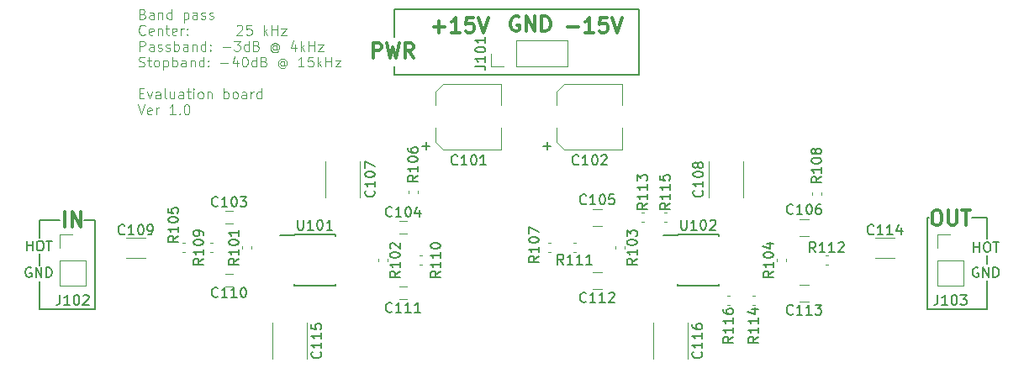
<source format=gto>
G04 #@! TF.FileFunction,Legend,Top*
%FSLAX46Y46*%
G04 Gerber Fmt 4.6, Leading zero omitted, Abs format (unit mm)*
G04 Created by KiCad (PCBNEW 4.0.6-e0-6349~53~ubuntu14.04.1) date Mon Jul  3 07:26:06 2017*
%MOMM*%
%LPD*%
G01*
G04 APERTURE LIST*
%ADD10C,0.100000*%
%ADD11C,0.200000*%
%ADD12C,0.300000*%
%ADD13C,0.120000*%
%ADD14C,0.150000*%
G04 APERTURE END LIST*
D10*
X115125429Y-80345571D02*
X115268286Y-80393190D01*
X115315905Y-80440810D01*
X115363524Y-80536048D01*
X115363524Y-80678905D01*
X115315905Y-80774143D01*
X115268286Y-80821762D01*
X115173048Y-80869381D01*
X114792095Y-80869381D01*
X114792095Y-79869381D01*
X115125429Y-79869381D01*
X115220667Y-79917000D01*
X115268286Y-79964619D01*
X115315905Y-80059857D01*
X115315905Y-80155095D01*
X115268286Y-80250333D01*
X115220667Y-80297952D01*
X115125429Y-80345571D01*
X114792095Y-80345571D01*
X116220667Y-80869381D02*
X116220667Y-80345571D01*
X116173048Y-80250333D01*
X116077810Y-80202714D01*
X115887333Y-80202714D01*
X115792095Y-80250333D01*
X116220667Y-80821762D02*
X116125429Y-80869381D01*
X115887333Y-80869381D01*
X115792095Y-80821762D01*
X115744476Y-80726524D01*
X115744476Y-80631286D01*
X115792095Y-80536048D01*
X115887333Y-80488429D01*
X116125429Y-80488429D01*
X116220667Y-80440810D01*
X116696857Y-80202714D02*
X116696857Y-80869381D01*
X116696857Y-80297952D02*
X116744476Y-80250333D01*
X116839714Y-80202714D01*
X116982572Y-80202714D01*
X117077810Y-80250333D01*
X117125429Y-80345571D01*
X117125429Y-80869381D01*
X118030191Y-80869381D02*
X118030191Y-79869381D01*
X118030191Y-80821762D02*
X117934953Y-80869381D01*
X117744476Y-80869381D01*
X117649238Y-80821762D01*
X117601619Y-80774143D01*
X117554000Y-80678905D01*
X117554000Y-80393190D01*
X117601619Y-80297952D01*
X117649238Y-80250333D01*
X117744476Y-80202714D01*
X117934953Y-80202714D01*
X118030191Y-80250333D01*
X119268286Y-80202714D02*
X119268286Y-81202714D01*
X119268286Y-80250333D02*
X119363524Y-80202714D01*
X119554001Y-80202714D01*
X119649239Y-80250333D01*
X119696858Y-80297952D01*
X119744477Y-80393190D01*
X119744477Y-80678905D01*
X119696858Y-80774143D01*
X119649239Y-80821762D01*
X119554001Y-80869381D01*
X119363524Y-80869381D01*
X119268286Y-80821762D01*
X120601620Y-80869381D02*
X120601620Y-80345571D01*
X120554001Y-80250333D01*
X120458763Y-80202714D01*
X120268286Y-80202714D01*
X120173048Y-80250333D01*
X120601620Y-80821762D02*
X120506382Y-80869381D01*
X120268286Y-80869381D01*
X120173048Y-80821762D01*
X120125429Y-80726524D01*
X120125429Y-80631286D01*
X120173048Y-80536048D01*
X120268286Y-80488429D01*
X120506382Y-80488429D01*
X120601620Y-80440810D01*
X121030191Y-80821762D02*
X121125429Y-80869381D01*
X121315905Y-80869381D01*
X121411144Y-80821762D01*
X121458763Y-80726524D01*
X121458763Y-80678905D01*
X121411144Y-80583667D01*
X121315905Y-80536048D01*
X121173048Y-80536048D01*
X121077810Y-80488429D01*
X121030191Y-80393190D01*
X121030191Y-80345571D01*
X121077810Y-80250333D01*
X121173048Y-80202714D01*
X121315905Y-80202714D01*
X121411144Y-80250333D01*
X121839715Y-80821762D02*
X121934953Y-80869381D01*
X122125429Y-80869381D01*
X122220668Y-80821762D01*
X122268287Y-80726524D01*
X122268287Y-80678905D01*
X122220668Y-80583667D01*
X122125429Y-80536048D01*
X121982572Y-80536048D01*
X121887334Y-80488429D01*
X121839715Y-80393190D01*
X121839715Y-80345571D01*
X121887334Y-80250333D01*
X121982572Y-80202714D01*
X122125429Y-80202714D01*
X122220668Y-80250333D01*
X115363524Y-82374143D02*
X115315905Y-82421762D01*
X115173048Y-82469381D01*
X115077810Y-82469381D01*
X114934952Y-82421762D01*
X114839714Y-82326524D01*
X114792095Y-82231286D01*
X114744476Y-82040810D01*
X114744476Y-81897952D01*
X114792095Y-81707476D01*
X114839714Y-81612238D01*
X114934952Y-81517000D01*
X115077810Y-81469381D01*
X115173048Y-81469381D01*
X115315905Y-81517000D01*
X115363524Y-81564619D01*
X116173048Y-82421762D02*
X116077810Y-82469381D01*
X115887333Y-82469381D01*
X115792095Y-82421762D01*
X115744476Y-82326524D01*
X115744476Y-81945571D01*
X115792095Y-81850333D01*
X115887333Y-81802714D01*
X116077810Y-81802714D01*
X116173048Y-81850333D01*
X116220667Y-81945571D01*
X116220667Y-82040810D01*
X115744476Y-82136048D01*
X116649238Y-81802714D02*
X116649238Y-82469381D01*
X116649238Y-81897952D02*
X116696857Y-81850333D01*
X116792095Y-81802714D01*
X116934953Y-81802714D01*
X117030191Y-81850333D01*
X117077810Y-81945571D01*
X117077810Y-82469381D01*
X117411143Y-81802714D02*
X117792095Y-81802714D01*
X117554000Y-81469381D02*
X117554000Y-82326524D01*
X117601619Y-82421762D01*
X117696857Y-82469381D01*
X117792095Y-82469381D01*
X118506382Y-82421762D02*
X118411144Y-82469381D01*
X118220667Y-82469381D01*
X118125429Y-82421762D01*
X118077810Y-82326524D01*
X118077810Y-81945571D01*
X118125429Y-81850333D01*
X118220667Y-81802714D01*
X118411144Y-81802714D01*
X118506382Y-81850333D01*
X118554001Y-81945571D01*
X118554001Y-82040810D01*
X118077810Y-82136048D01*
X118982572Y-82469381D02*
X118982572Y-81802714D01*
X118982572Y-81993190D02*
X119030191Y-81897952D01*
X119077810Y-81850333D01*
X119173048Y-81802714D01*
X119268287Y-81802714D01*
X119601620Y-82374143D02*
X119649239Y-82421762D01*
X119601620Y-82469381D01*
X119554001Y-82421762D01*
X119601620Y-82374143D01*
X119601620Y-82469381D01*
X119601620Y-81850333D02*
X119649239Y-81897952D01*
X119601620Y-81945571D01*
X119554001Y-81897952D01*
X119601620Y-81850333D01*
X119601620Y-81945571D01*
X124601621Y-81564619D02*
X124649240Y-81517000D01*
X124744478Y-81469381D01*
X124982574Y-81469381D01*
X125077812Y-81517000D01*
X125125431Y-81564619D01*
X125173050Y-81659857D01*
X125173050Y-81755095D01*
X125125431Y-81897952D01*
X124554002Y-82469381D01*
X125173050Y-82469381D01*
X126077812Y-81469381D02*
X125601621Y-81469381D01*
X125554002Y-81945571D01*
X125601621Y-81897952D01*
X125696859Y-81850333D01*
X125934955Y-81850333D01*
X126030193Y-81897952D01*
X126077812Y-81945571D01*
X126125431Y-82040810D01*
X126125431Y-82278905D01*
X126077812Y-82374143D01*
X126030193Y-82421762D01*
X125934955Y-82469381D01*
X125696859Y-82469381D01*
X125601621Y-82421762D01*
X125554002Y-82374143D01*
X127315907Y-82469381D02*
X127315907Y-81469381D01*
X127411145Y-82088429D02*
X127696860Y-82469381D01*
X127696860Y-81802714D02*
X127315907Y-82183667D01*
X128125431Y-82469381D02*
X128125431Y-81469381D01*
X128125431Y-81945571D02*
X128696860Y-81945571D01*
X128696860Y-82469381D02*
X128696860Y-81469381D01*
X129077812Y-81802714D02*
X129601622Y-81802714D01*
X129077812Y-82469381D01*
X129601622Y-82469381D01*
X114792095Y-84069381D02*
X114792095Y-83069381D01*
X115173048Y-83069381D01*
X115268286Y-83117000D01*
X115315905Y-83164619D01*
X115363524Y-83259857D01*
X115363524Y-83402714D01*
X115315905Y-83497952D01*
X115268286Y-83545571D01*
X115173048Y-83593190D01*
X114792095Y-83593190D01*
X116220667Y-84069381D02*
X116220667Y-83545571D01*
X116173048Y-83450333D01*
X116077810Y-83402714D01*
X115887333Y-83402714D01*
X115792095Y-83450333D01*
X116220667Y-84021762D02*
X116125429Y-84069381D01*
X115887333Y-84069381D01*
X115792095Y-84021762D01*
X115744476Y-83926524D01*
X115744476Y-83831286D01*
X115792095Y-83736048D01*
X115887333Y-83688429D01*
X116125429Y-83688429D01*
X116220667Y-83640810D01*
X116649238Y-84021762D02*
X116744476Y-84069381D01*
X116934952Y-84069381D01*
X117030191Y-84021762D01*
X117077810Y-83926524D01*
X117077810Y-83878905D01*
X117030191Y-83783667D01*
X116934952Y-83736048D01*
X116792095Y-83736048D01*
X116696857Y-83688429D01*
X116649238Y-83593190D01*
X116649238Y-83545571D01*
X116696857Y-83450333D01*
X116792095Y-83402714D01*
X116934952Y-83402714D01*
X117030191Y-83450333D01*
X117458762Y-84021762D02*
X117554000Y-84069381D01*
X117744476Y-84069381D01*
X117839715Y-84021762D01*
X117887334Y-83926524D01*
X117887334Y-83878905D01*
X117839715Y-83783667D01*
X117744476Y-83736048D01*
X117601619Y-83736048D01*
X117506381Y-83688429D01*
X117458762Y-83593190D01*
X117458762Y-83545571D01*
X117506381Y-83450333D01*
X117601619Y-83402714D01*
X117744476Y-83402714D01*
X117839715Y-83450333D01*
X118315905Y-84069381D02*
X118315905Y-83069381D01*
X118315905Y-83450333D02*
X118411143Y-83402714D01*
X118601620Y-83402714D01*
X118696858Y-83450333D01*
X118744477Y-83497952D01*
X118792096Y-83593190D01*
X118792096Y-83878905D01*
X118744477Y-83974143D01*
X118696858Y-84021762D01*
X118601620Y-84069381D01*
X118411143Y-84069381D01*
X118315905Y-84021762D01*
X119649239Y-84069381D02*
X119649239Y-83545571D01*
X119601620Y-83450333D01*
X119506382Y-83402714D01*
X119315905Y-83402714D01*
X119220667Y-83450333D01*
X119649239Y-84021762D02*
X119554001Y-84069381D01*
X119315905Y-84069381D01*
X119220667Y-84021762D01*
X119173048Y-83926524D01*
X119173048Y-83831286D01*
X119220667Y-83736048D01*
X119315905Y-83688429D01*
X119554001Y-83688429D01*
X119649239Y-83640810D01*
X120125429Y-83402714D02*
X120125429Y-84069381D01*
X120125429Y-83497952D02*
X120173048Y-83450333D01*
X120268286Y-83402714D01*
X120411144Y-83402714D01*
X120506382Y-83450333D01*
X120554001Y-83545571D01*
X120554001Y-84069381D01*
X121458763Y-84069381D02*
X121458763Y-83069381D01*
X121458763Y-84021762D02*
X121363525Y-84069381D01*
X121173048Y-84069381D01*
X121077810Y-84021762D01*
X121030191Y-83974143D01*
X120982572Y-83878905D01*
X120982572Y-83593190D01*
X121030191Y-83497952D01*
X121077810Y-83450333D01*
X121173048Y-83402714D01*
X121363525Y-83402714D01*
X121458763Y-83450333D01*
X121934953Y-83974143D02*
X121982572Y-84021762D01*
X121934953Y-84069381D01*
X121887334Y-84021762D01*
X121934953Y-83974143D01*
X121934953Y-84069381D01*
X121934953Y-83450333D02*
X121982572Y-83497952D01*
X121934953Y-83545571D01*
X121887334Y-83497952D01*
X121934953Y-83450333D01*
X121934953Y-83545571D01*
X123173048Y-83688429D02*
X123934953Y-83688429D01*
X124315905Y-83069381D02*
X124934953Y-83069381D01*
X124601619Y-83450333D01*
X124744477Y-83450333D01*
X124839715Y-83497952D01*
X124887334Y-83545571D01*
X124934953Y-83640810D01*
X124934953Y-83878905D01*
X124887334Y-83974143D01*
X124839715Y-84021762D01*
X124744477Y-84069381D01*
X124458762Y-84069381D01*
X124363524Y-84021762D01*
X124315905Y-83974143D01*
X125792096Y-84069381D02*
X125792096Y-83069381D01*
X125792096Y-84021762D02*
X125696858Y-84069381D01*
X125506381Y-84069381D01*
X125411143Y-84021762D01*
X125363524Y-83974143D01*
X125315905Y-83878905D01*
X125315905Y-83593190D01*
X125363524Y-83497952D01*
X125411143Y-83450333D01*
X125506381Y-83402714D01*
X125696858Y-83402714D01*
X125792096Y-83450333D01*
X126601620Y-83545571D02*
X126744477Y-83593190D01*
X126792096Y-83640810D01*
X126839715Y-83736048D01*
X126839715Y-83878905D01*
X126792096Y-83974143D01*
X126744477Y-84021762D01*
X126649239Y-84069381D01*
X126268286Y-84069381D01*
X126268286Y-83069381D01*
X126601620Y-83069381D01*
X126696858Y-83117000D01*
X126744477Y-83164619D01*
X126792096Y-83259857D01*
X126792096Y-83355095D01*
X126744477Y-83450333D01*
X126696858Y-83497952D01*
X126601620Y-83545571D01*
X126268286Y-83545571D01*
X128649239Y-83593190D02*
X128601620Y-83545571D01*
X128506382Y-83497952D01*
X128411144Y-83497952D01*
X128315906Y-83545571D01*
X128268286Y-83593190D01*
X128220667Y-83688429D01*
X128220667Y-83783667D01*
X128268286Y-83878905D01*
X128315906Y-83926524D01*
X128411144Y-83974143D01*
X128506382Y-83974143D01*
X128601620Y-83926524D01*
X128649239Y-83878905D01*
X128649239Y-83497952D02*
X128649239Y-83878905D01*
X128696858Y-83926524D01*
X128744477Y-83926524D01*
X128839715Y-83878905D01*
X128887334Y-83783667D01*
X128887334Y-83545571D01*
X128792096Y-83402714D01*
X128649239Y-83307476D01*
X128458763Y-83259857D01*
X128268286Y-83307476D01*
X128125429Y-83402714D01*
X128030191Y-83545571D01*
X127982572Y-83736048D01*
X128030191Y-83926524D01*
X128125429Y-84069381D01*
X128268286Y-84164619D01*
X128458763Y-84212238D01*
X128649239Y-84164619D01*
X128792096Y-84069381D01*
X130506382Y-83402714D02*
X130506382Y-84069381D01*
X130268286Y-83021762D02*
X130030191Y-83736048D01*
X130649239Y-83736048D01*
X131030191Y-84069381D02*
X131030191Y-83069381D01*
X131125429Y-83688429D02*
X131411144Y-84069381D01*
X131411144Y-83402714D02*
X131030191Y-83783667D01*
X131839715Y-84069381D02*
X131839715Y-83069381D01*
X131839715Y-83545571D02*
X132411144Y-83545571D01*
X132411144Y-84069381D02*
X132411144Y-83069381D01*
X132792096Y-83402714D02*
X133315906Y-83402714D01*
X132792096Y-84069381D01*
X133315906Y-84069381D01*
X114744476Y-85621762D02*
X114887333Y-85669381D01*
X115125429Y-85669381D01*
X115220667Y-85621762D01*
X115268286Y-85574143D01*
X115315905Y-85478905D01*
X115315905Y-85383667D01*
X115268286Y-85288429D01*
X115220667Y-85240810D01*
X115125429Y-85193190D01*
X114934952Y-85145571D01*
X114839714Y-85097952D01*
X114792095Y-85050333D01*
X114744476Y-84955095D01*
X114744476Y-84859857D01*
X114792095Y-84764619D01*
X114839714Y-84717000D01*
X114934952Y-84669381D01*
X115173048Y-84669381D01*
X115315905Y-84717000D01*
X115601619Y-85002714D02*
X115982571Y-85002714D01*
X115744476Y-84669381D02*
X115744476Y-85526524D01*
X115792095Y-85621762D01*
X115887333Y-85669381D01*
X115982571Y-85669381D01*
X116458762Y-85669381D02*
X116363524Y-85621762D01*
X116315905Y-85574143D01*
X116268286Y-85478905D01*
X116268286Y-85193190D01*
X116315905Y-85097952D01*
X116363524Y-85050333D01*
X116458762Y-85002714D01*
X116601620Y-85002714D01*
X116696858Y-85050333D01*
X116744477Y-85097952D01*
X116792096Y-85193190D01*
X116792096Y-85478905D01*
X116744477Y-85574143D01*
X116696858Y-85621762D01*
X116601620Y-85669381D01*
X116458762Y-85669381D01*
X117220667Y-85002714D02*
X117220667Y-86002714D01*
X117220667Y-85050333D02*
X117315905Y-85002714D01*
X117506382Y-85002714D01*
X117601620Y-85050333D01*
X117649239Y-85097952D01*
X117696858Y-85193190D01*
X117696858Y-85478905D01*
X117649239Y-85574143D01*
X117601620Y-85621762D01*
X117506382Y-85669381D01*
X117315905Y-85669381D01*
X117220667Y-85621762D01*
X118125429Y-85669381D02*
X118125429Y-84669381D01*
X118125429Y-85050333D02*
X118220667Y-85002714D01*
X118411144Y-85002714D01*
X118506382Y-85050333D01*
X118554001Y-85097952D01*
X118601620Y-85193190D01*
X118601620Y-85478905D01*
X118554001Y-85574143D01*
X118506382Y-85621762D01*
X118411144Y-85669381D01*
X118220667Y-85669381D01*
X118125429Y-85621762D01*
X119458763Y-85669381D02*
X119458763Y-85145571D01*
X119411144Y-85050333D01*
X119315906Y-85002714D01*
X119125429Y-85002714D01*
X119030191Y-85050333D01*
X119458763Y-85621762D02*
X119363525Y-85669381D01*
X119125429Y-85669381D01*
X119030191Y-85621762D01*
X118982572Y-85526524D01*
X118982572Y-85431286D01*
X119030191Y-85336048D01*
X119125429Y-85288429D01*
X119363525Y-85288429D01*
X119458763Y-85240810D01*
X119934953Y-85002714D02*
X119934953Y-85669381D01*
X119934953Y-85097952D02*
X119982572Y-85050333D01*
X120077810Y-85002714D01*
X120220668Y-85002714D01*
X120315906Y-85050333D01*
X120363525Y-85145571D01*
X120363525Y-85669381D01*
X121268287Y-85669381D02*
X121268287Y-84669381D01*
X121268287Y-85621762D02*
X121173049Y-85669381D01*
X120982572Y-85669381D01*
X120887334Y-85621762D01*
X120839715Y-85574143D01*
X120792096Y-85478905D01*
X120792096Y-85193190D01*
X120839715Y-85097952D01*
X120887334Y-85050333D01*
X120982572Y-85002714D01*
X121173049Y-85002714D01*
X121268287Y-85050333D01*
X121744477Y-85574143D02*
X121792096Y-85621762D01*
X121744477Y-85669381D01*
X121696858Y-85621762D01*
X121744477Y-85574143D01*
X121744477Y-85669381D01*
X121744477Y-85050333D02*
X121792096Y-85097952D01*
X121744477Y-85145571D01*
X121696858Y-85097952D01*
X121744477Y-85050333D01*
X121744477Y-85145571D01*
X122982572Y-85288429D02*
X123744477Y-85288429D01*
X124649239Y-85002714D02*
X124649239Y-85669381D01*
X124411143Y-84621762D02*
X124173048Y-85336048D01*
X124792096Y-85336048D01*
X125363524Y-84669381D02*
X125458763Y-84669381D01*
X125554001Y-84717000D01*
X125601620Y-84764619D01*
X125649239Y-84859857D01*
X125696858Y-85050333D01*
X125696858Y-85288429D01*
X125649239Y-85478905D01*
X125601620Y-85574143D01*
X125554001Y-85621762D01*
X125458763Y-85669381D01*
X125363524Y-85669381D01*
X125268286Y-85621762D01*
X125220667Y-85574143D01*
X125173048Y-85478905D01*
X125125429Y-85288429D01*
X125125429Y-85050333D01*
X125173048Y-84859857D01*
X125220667Y-84764619D01*
X125268286Y-84717000D01*
X125363524Y-84669381D01*
X126554001Y-85669381D02*
X126554001Y-84669381D01*
X126554001Y-85621762D02*
X126458763Y-85669381D01*
X126268286Y-85669381D01*
X126173048Y-85621762D01*
X126125429Y-85574143D01*
X126077810Y-85478905D01*
X126077810Y-85193190D01*
X126125429Y-85097952D01*
X126173048Y-85050333D01*
X126268286Y-85002714D01*
X126458763Y-85002714D01*
X126554001Y-85050333D01*
X127363525Y-85145571D02*
X127506382Y-85193190D01*
X127554001Y-85240810D01*
X127601620Y-85336048D01*
X127601620Y-85478905D01*
X127554001Y-85574143D01*
X127506382Y-85621762D01*
X127411144Y-85669381D01*
X127030191Y-85669381D01*
X127030191Y-84669381D01*
X127363525Y-84669381D01*
X127458763Y-84717000D01*
X127506382Y-84764619D01*
X127554001Y-84859857D01*
X127554001Y-84955095D01*
X127506382Y-85050333D01*
X127458763Y-85097952D01*
X127363525Y-85145571D01*
X127030191Y-85145571D01*
X129411144Y-85193190D02*
X129363525Y-85145571D01*
X129268287Y-85097952D01*
X129173049Y-85097952D01*
X129077811Y-85145571D01*
X129030191Y-85193190D01*
X128982572Y-85288429D01*
X128982572Y-85383667D01*
X129030191Y-85478905D01*
X129077811Y-85526524D01*
X129173049Y-85574143D01*
X129268287Y-85574143D01*
X129363525Y-85526524D01*
X129411144Y-85478905D01*
X129411144Y-85097952D02*
X129411144Y-85478905D01*
X129458763Y-85526524D01*
X129506382Y-85526524D01*
X129601620Y-85478905D01*
X129649239Y-85383667D01*
X129649239Y-85145571D01*
X129554001Y-85002714D01*
X129411144Y-84907476D01*
X129220668Y-84859857D01*
X129030191Y-84907476D01*
X128887334Y-85002714D01*
X128792096Y-85145571D01*
X128744477Y-85336048D01*
X128792096Y-85526524D01*
X128887334Y-85669381D01*
X129030191Y-85764619D01*
X129220668Y-85812238D01*
X129411144Y-85764619D01*
X129554001Y-85669381D01*
X131363525Y-85669381D02*
X130792096Y-85669381D01*
X131077810Y-85669381D02*
X131077810Y-84669381D01*
X130982572Y-84812238D01*
X130887334Y-84907476D01*
X130792096Y-84955095D01*
X132268287Y-84669381D02*
X131792096Y-84669381D01*
X131744477Y-85145571D01*
X131792096Y-85097952D01*
X131887334Y-85050333D01*
X132125430Y-85050333D01*
X132220668Y-85097952D01*
X132268287Y-85145571D01*
X132315906Y-85240810D01*
X132315906Y-85478905D01*
X132268287Y-85574143D01*
X132220668Y-85621762D01*
X132125430Y-85669381D01*
X131887334Y-85669381D01*
X131792096Y-85621762D01*
X131744477Y-85574143D01*
X132744477Y-85669381D02*
X132744477Y-84669381D01*
X132839715Y-85288429D02*
X133125430Y-85669381D01*
X133125430Y-85002714D02*
X132744477Y-85383667D01*
X133554001Y-85669381D02*
X133554001Y-84669381D01*
X133554001Y-85145571D02*
X134125430Y-85145571D01*
X134125430Y-85669381D02*
X134125430Y-84669381D01*
X134506382Y-85002714D02*
X135030192Y-85002714D01*
X134506382Y-85669381D01*
X135030192Y-85669381D01*
X114792095Y-88345571D02*
X115125429Y-88345571D01*
X115268286Y-88869381D02*
X114792095Y-88869381D01*
X114792095Y-87869381D01*
X115268286Y-87869381D01*
X115601619Y-88202714D02*
X115839714Y-88869381D01*
X116077810Y-88202714D01*
X116887334Y-88869381D02*
X116887334Y-88345571D01*
X116839715Y-88250333D01*
X116744477Y-88202714D01*
X116554000Y-88202714D01*
X116458762Y-88250333D01*
X116887334Y-88821762D02*
X116792096Y-88869381D01*
X116554000Y-88869381D01*
X116458762Y-88821762D01*
X116411143Y-88726524D01*
X116411143Y-88631286D01*
X116458762Y-88536048D01*
X116554000Y-88488429D01*
X116792096Y-88488429D01*
X116887334Y-88440810D01*
X117506381Y-88869381D02*
X117411143Y-88821762D01*
X117363524Y-88726524D01*
X117363524Y-87869381D01*
X118315906Y-88202714D02*
X118315906Y-88869381D01*
X117887334Y-88202714D02*
X117887334Y-88726524D01*
X117934953Y-88821762D01*
X118030191Y-88869381D01*
X118173049Y-88869381D01*
X118268287Y-88821762D01*
X118315906Y-88774143D01*
X119220668Y-88869381D02*
X119220668Y-88345571D01*
X119173049Y-88250333D01*
X119077811Y-88202714D01*
X118887334Y-88202714D01*
X118792096Y-88250333D01*
X119220668Y-88821762D02*
X119125430Y-88869381D01*
X118887334Y-88869381D01*
X118792096Y-88821762D01*
X118744477Y-88726524D01*
X118744477Y-88631286D01*
X118792096Y-88536048D01*
X118887334Y-88488429D01*
X119125430Y-88488429D01*
X119220668Y-88440810D01*
X119554001Y-88202714D02*
X119934953Y-88202714D01*
X119696858Y-87869381D02*
X119696858Y-88726524D01*
X119744477Y-88821762D01*
X119839715Y-88869381D01*
X119934953Y-88869381D01*
X120268287Y-88869381D02*
X120268287Y-88202714D01*
X120268287Y-87869381D02*
X120220668Y-87917000D01*
X120268287Y-87964619D01*
X120315906Y-87917000D01*
X120268287Y-87869381D01*
X120268287Y-87964619D01*
X120887334Y-88869381D02*
X120792096Y-88821762D01*
X120744477Y-88774143D01*
X120696858Y-88678905D01*
X120696858Y-88393190D01*
X120744477Y-88297952D01*
X120792096Y-88250333D01*
X120887334Y-88202714D01*
X121030192Y-88202714D01*
X121125430Y-88250333D01*
X121173049Y-88297952D01*
X121220668Y-88393190D01*
X121220668Y-88678905D01*
X121173049Y-88774143D01*
X121125430Y-88821762D01*
X121030192Y-88869381D01*
X120887334Y-88869381D01*
X121649239Y-88202714D02*
X121649239Y-88869381D01*
X121649239Y-88297952D02*
X121696858Y-88250333D01*
X121792096Y-88202714D01*
X121934954Y-88202714D01*
X122030192Y-88250333D01*
X122077811Y-88345571D01*
X122077811Y-88869381D01*
X123315906Y-88869381D02*
X123315906Y-87869381D01*
X123315906Y-88250333D02*
X123411144Y-88202714D01*
X123601621Y-88202714D01*
X123696859Y-88250333D01*
X123744478Y-88297952D01*
X123792097Y-88393190D01*
X123792097Y-88678905D01*
X123744478Y-88774143D01*
X123696859Y-88821762D01*
X123601621Y-88869381D01*
X123411144Y-88869381D01*
X123315906Y-88821762D01*
X124363525Y-88869381D02*
X124268287Y-88821762D01*
X124220668Y-88774143D01*
X124173049Y-88678905D01*
X124173049Y-88393190D01*
X124220668Y-88297952D01*
X124268287Y-88250333D01*
X124363525Y-88202714D01*
X124506383Y-88202714D01*
X124601621Y-88250333D01*
X124649240Y-88297952D01*
X124696859Y-88393190D01*
X124696859Y-88678905D01*
X124649240Y-88774143D01*
X124601621Y-88821762D01*
X124506383Y-88869381D01*
X124363525Y-88869381D01*
X125554002Y-88869381D02*
X125554002Y-88345571D01*
X125506383Y-88250333D01*
X125411145Y-88202714D01*
X125220668Y-88202714D01*
X125125430Y-88250333D01*
X125554002Y-88821762D02*
X125458764Y-88869381D01*
X125220668Y-88869381D01*
X125125430Y-88821762D01*
X125077811Y-88726524D01*
X125077811Y-88631286D01*
X125125430Y-88536048D01*
X125220668Y-88488429D01*
X125458764Y-88488429D01*
X125554002Y-88440810D01*
X126030192Y-88869381D02*
X126030192Y-88202714D01*
X126030192Y-88393190D02*
X126077811Y-88297952D01*
X126125430Y-88250333D01*
X126220668Y-88202714D01*
X126315907Y-88202714D01*
X127077812Y-88869381D02*
X127077812Y-87869381D01*
X127077812Y-88821762D02*
X126982574Y-88869381D01*
X126792097Y-88869381D01*
X126696859Y-88821762D01*
X126649240Y-88774143D01*
X126601621Y-88678905D01*
X126601621Y-88393190D01*
X126649240Y-88297952D01*
X126696859Y-88250333D01*
X126792097Y-88202714D01*
X126982574Y-88202714D01*
X127077812Y-88250333D01*
X114649238Y-89469381D02*
X114982571Y-90469381D01*
X115315905Y-89469381D01*
X116030191Y-90421762D02*
X115934953Y-90469381D01*
X115744476Y-90469381D01*
X115649238Y-90421762D01*
X115601619Y-90326524D01*
X115601619Y-89945571D01*
X115649238Y-89850333D01*
X115744476Y-89802714D01*
X115934953Y-89802714D01*
X116030191Y-89850333D01*
X116077810Y-89945571D01*
X116077810Y-90040810D01*
X115601619Y-90136048D01*
X116506381Y-90469381D02*
X116506381Y-89802714D01*
X116506381Y-89993190D02*
X116554000Y-89897952D01*
X116601619Y-89850333D01*
X116696857Y-89802714D01*
X116792096Y-89802714D01*
X118411144Y-90469381D02*
X117839715Y-90469381D01*
X118125429Y-90469381D02*
X118125429Y-89469381D01*
X118030191Y-89612238D01*
X117934953Y-89707476D01*
X117839715Y-89755095D01*
X118839715Y-90374143D02*
X118887334Y-90421762D01*
X118839715Y-90469381D01*
X118792096Y-90421762D01*
X118839715Y-90374143D01*
X118839715Y-90469381D01*
X119506381Y-89469381D02*
X119601620Y-89469381D01*
X119696858Y-89517000D01*
X119744477Y-89564619D01*
X119792096Y-89659857D01*
X119839715Y-89850333D01*
X119839715Y-90088429D01*
X119792096Y-90278905D01*
X119744477Y-90374143D01*
X119696858Y-90421762D01*
X119601620Y-90469381D01*
X119506381Y-90469381D01*
X119411143Y-90421762D01*
X119363524Y-90374143D01*
X119315905Y-90278905D01*
X119268286Y-90088429D01*
X119268286Y-89850333D01*
X119315905Y-89659857D01*
X119363524Y-89564619D01*
X119411143Y-89517000D01*
X119506381Y-89469381D01*
D11*
X194183000Y-100838000D02*
X194310000Y-100838000D01*
X200152000Y-100838000D02*
X198628000Y-100838000D01*
X104775000Y-105664000D02*
X104775000Y-104521000D01*
X104775000Y-110109000D02*
X104775000Y-107315000D01*
X110363000Y-110109000D02*
X104775000Y-110109000D01*
X110363000Y-101092000D02*
X110363000Y-110109000D01*
X109220000Y-101092000D02*
X110363000Y-101092000D01*
X104775000Y-101092000D02*
X106807000Y-101092000D01*
X104775000Y-102870000D02*
X104775000Y-101092000D01*
X194183000Y-110109000D02*
X194183000Y-100838000D01*
X200152000Y-110109000D02*
X194183000Y-110109000D01*
X200152000Y-107188000D02*
X200152000Y-110109000D01*
X200152000Y-104648000D02*
X200152000Y-105537000D01*
X200152000Y-100838000D02*
X200152000Y-102997000D01*
X140462000Y-86487000D02*
X140462000Y-85598000D01*
X165100000Y-86487000D02*
X140462000Y-86487000D01*
X165100000Y-79883000D02*
X165100000Y-86487000D01*
X140462000Y-79883000D02*
X165100000Y-79883000D01*
X140462000Y-81661000D02*
X140462000Y-79883000D01*
X140462000Y-82677000D02*
X140462000Y-81661000D01*
D12*
X138335000Y-84752571D02*
X138335000Y-83252571D01*
X138906428Y-83252571D01*
X139049286Y-83324000D01*
X139120714Y-83395429D01*
X139192143Y-83538286D01*
X139192143Y-83752571D01*
X139120714Y-83895429D01*
X139049286Y-83966857D01*
X138906428Y-84038286D01*
X138335000Y-84038286D01*
X139692143Y-83252571D02*
X140049286Y-84752571D01*
X140335000Y-83681143D01*
X140620714Y-84752571D01*
X140977857Y-83252571D01*
X142406429Y-84752571D02*
X141906429Y-84038286D01*
X141549286Y-84752571D02*
X141549286Y-83252571D01*
X142120714Y-83252571D01*
X142263572Y-83324000D01*
X142335000Y-83395429D01*
X142406429Y-83538286D01*
X142406429Y-83752571D01*
X142335000Y-83895429D01*
X142263572Y-83966857D01*
X142120714Y-84038286D01*
X141549286Y-84038286D01*
X194969000Y-100143571D02*
X195254714Y-100143571D01*
X195397572Y-100215000D01*
X195540429Y-100357857D01*
X195611857Y-100643571D01*
X195611857Y-101143571D01*
X195540429Y-101429286D01*
X195397572Y-101572143D01*
X195254714Y-101643571D01*
X194969000Y-101643571D01*
X194826143Y-101572143D01*
X194683286Y-101429286D01*
X194611857Y-101143571D01*
X194611857Y-100643571D01*
X194683286Y-100357857D01*
X194826143Y-100215000D01*
X194969000Y-100143571D01*
X196254715Y-100143571D02*
X196254715Y-101357857D01*
X196326143Y-101500714D01*
X196397572Y-101572143D01*
X196540429Y-101643571D01*
X196826143Y-101643571D01*
X196969001Y-101572143D01*
X197040429Y-101500714D01*
X197111858Y-101357857D01*
X197111858Y-100143571D01*
X197611858Y-100143571D02*
X198469001Y-100143571D01*
X198040430Y-101643571D02*
X198040430Y-100143571D01*
D11*
X199263096Y-105926000D02*
X199167858Y-105878381D01*
X199025001Y-105878381D01*
X198882143Y-105926000D01*
X198786905Y-106021238D01*
X198739286Y-106116476D01*
X198691667Y-106306952D01*
X198691667Y-106449810D01*
X198739286Y-106640286D01*
X198786905Y-106735524D01*
X198882143Y-106830762D01*
X199025001Y-106878381D01*
X199120239Y-106878381D01*
X199263096Y-106830762D01*
X199310715Y-106783143D01*
X199310715Y-106449810D01*
X199120239Y-106449810D01*
X199739286Y-106878381D02*
X199739286Y-105878381D01*
X200310715Y-106878381D01*
X200310715Y-105878381D01*
X200786905Y-106878381D02*
X200786905Y-105878381D01*
X201025000Y-105878381D01*
X201167858Y-105926000D01*
X201263096Y-106021238D01*
X201310715Y-106116476D01*
X201358334Y-106306952D01*
X201358334Y-106449810D01*
X201310715Y-106640286D01*
X201263096Y-106735524D01*
X201167858Y-106830762D01*
X201025000Y-106878381D01*
X200786905Y-106878381D01*
X198834524Y-104338381D02*
X198834524Y-103338381D01*
X198834524Y-103814571D02*
X199405953Y-103814571D01*
X199405953Y-104338381D02*
X199405953Y-103338381D01*
X200072619Y-103338381D02*
X200263096Y-103338381D01*
X200358334Y-103386000D01*
X200453572Y-103481238D01*
X200501191Y-103671714D01*
X200501191Y-104005048D01*
X200453572Y-104195524D01*
X200358334Y-104290762D01*
X200263096Y-104338381D01*
X200072619Y-104338381D01*
X199977381Y-104290762D01*
X199882143Y-104195524D01*
X199834524Y-104005048D01*
X199834524Y-103671714D01*
X199882143Y-103481238D01*
X199977381Y-103386000D01*
X200072619Y-103338381D01*
X200786905Y-103338381D02*
X201358334Y-103338381D01*
X201072619Y-104338381D02*
X201072619Y-103338381D01*
D12*
X107291286Y-101770571D02*
X107291286Y-100270571D01*
X108005572Y-101770571D02*
X108005572Y-100270571D01*
X108862715Y-101770571D01*
X108862715Y-100270571D01*
D11*
X103457524Y-104211381D02*
X103457524Y-103211381D01*
X103457524Y-103687571D02*
X104028953Y-103687571D01*
X104028953Y-104211381D02*
X104028953Y-103211381D01*
X104695619Y-103211381D02*
X104886096Y-103211381D01*
X104981334Y-103259000D01*
X105076572Y-103354238D01*
X105124191Y-103544714D01*
X105124191Y-103878048D01*
X105076572Y-104068524D01*
X104981334Y-104163762D01*
X104886096Y-104211381D01*
X104695619Y-104211381D01*
X104600381Y-104163762D01*
X104505143Y-104068524D01*
X104457524Y-103878048D01*
X104457524Y-103544714D01*
X104505143Y-103354238D01*
X104600381Y-103259000D01*
X104695619Y-103211381D01*
X105409905Y-103211381D02*
X105981334Y-103211381D01*
X105695619Y-104211381D02*
X105695619Y-103211381D01*
X103886096Y-105926000D02*
X103790858Y-105878381D01*
X103648001Y-105878381D01*
X103505143Y-105926000D01*
X103409905Y-106021238D01*
X103362286Y-106116476D01*
X103314667Y-106306952D01*
X103314667Y-106449810D01*
X103362286Y-106640286D01*
X103409905Y-106735524D01*
X103505143Y-106830762D01*
X103648001Y-106878381D01*
X103743239Y-106878381D01*
X103886096Y-106830762D01*
X103933715Y-106783143D01*
X103933715Y-106449810D01*
X103743239Y-106449810D01*
X104362286Y-106878381D02*
X104362286Y-105878381D01*
X104933715Y-106878381D01*
X104933715Y-105878381D01*
X105409905Y-106878381D02*
X105409905Y-105878381D01*
X105648000Y-105878381D01*
X105790858Y-105926000D01*
X105886096Y-106021238D01*
X105933715Y-106116476D01*
X105981334Y-106306952D01*
X105981334Y-106449810D01*
X105933715Y-106640286D01*
X105886096Y-106735524D01*
X105790858Y-106830762D01*
X105648000Y-106878381D01*
X105409905Y-106878381D01*
D12*
X153035143Y-80657000D02*
X152892286Y-80585571D01*
X152678000Y-80585571D01*
X152463715Y-80657000D01*
X152320857Y-80799857D01*
X152249429Y-80942714D01*
X152178000Y-81228429D01*
X152178000Y-81442714D01*
X152249429Y-81728429D01*
X152320857Y-81871286D01*
X152463715Y-82014143D01*
X152678000Y-82085571D01*
X152820857Y-82085571D01*
X153035143Y-82014143D01*
X153106572Y-81942714D01*
X153106572Y-81442714D01*
X152820857Y-81442714D01*
X153749429Y-82085571D02*
X153749429Y-80585571D01*
X154606572Y-82085571D01*
X154606572Y-80585571D01*
X155320858Y-82085571D02*
X155320858Y-80585571D01*
X155678001Y-80585571D01*
X155892286Y-80657000D01*
X156035144Y-80799857D01*
X156106572Y-80942714D01*
X156178001Y-81228429D01*
X156178001Y-81442714D01*
X156106572Y-81728429D01*
X156035144Y-81871286D01*
X155892286Y-82014143D01*
X155678001Y-82085571D01*
X155320858Y-82085571D01*
X157885144Y-81641143D02*
X159028001Y-81641143D01*
X160528001Y-82212571D02*
X159670858Y-82212571D01*
X160099430Y-82212571D02*
X160099430Y-80712571D01*
X159956573Y-80926857D01*
X159813715Y-81069714D01*
X159670858Y-81141143D01*
X161885144Y-80712571D02*
X161170858Y-80712571D01*
X161099429Y-81426857D01*
X161170858Y-81355429D01*
X161313715Y-81284000D01*
X161670858Y-81284000D01*
X161813715Y-81355429D01*
X161885144Y-81426857D01*
X161956572Y-81569714D01*
X161956572Y-81926857D01*
X161885144Y-82069714D01*
X161813715Y-82141143D01*
X161670858Y-82212571D01*
X161313715Y-82212571D01*
X161170858Y-82141143D01*
X161099429Y-82069714D01*
X162385143Y-80712571D02*
X162885143Y-82212571D01*
X163385143Y-80712571D01*
X144423144Y-81641143D02*
X145566001Y-81641143D01*
X144994572Y-82212571D02*
X144994572Y-81069714D01*
X147066001Y-82212571D02*
X146208858Y-82212571D01*
X146637430Y-82212571D02*
X146637430Y-80712571D01*
X146494573Y-80926857D01*
X146351715Y-81069714D01*
X146208858Y-81141143D01*
X148423144Y-80712571D02*
X147708858Y-80712571D01*
X147637429Y-81426857D01*
X147708858Y-81355429D01*
X147851715Y-81284000D01*
X148208858Y-81284000D01*
X148351715Y-81355429D01*
X148423144Y-81426857D01*
X148494572Y-81569714D01*
X148494572Y-81926857D01*
X148423144Y-82069714D01*
X148351715Y-82141143D01*
X148208858Y-82212571D01*
X147851715Y-82212571D01*
X147708858Y-82141143D01*
X147637429Y-82069714D01*
X148923143Y-80712571D02*
X149423143Y-82212571D01*
X149923143Y-80712571D01*
D13*
X123475000Y-100238000D02*
X124175000Y-100238000D01*
X124175000Y-101438000D02*
X123475000Y-101438000D01*
X141701000Y-102454000D02*
X141001000Y-102454000D01*
X141001000Y-101254000D02*
X141701000Y-101254000D01*
X161409000Y-99988000D02*
X160409000Y-99988000D01*
X160409000Y-101688000D02*
X161409000Y-101688000D01*
X181237000Y-102704000D02*
X182237000Y-102704000D01*
X182237000Y-101004000D02*
X181237000Y-101004000D01*
X133525000Y-95228000D02*
X133525000Y-98828000D01*
X136985000Y-98828000D02*
X136985000Y-95228000D01*
X172133000Y-95228000D02*
X172133000Y-98828000D01*
X175593000Y-98828000D02*
X175593000Y-95228000D01*
X123475000Y-106588000D02*
X124175000Y-106588000D01*
X124175000Y-107788000D02*
X123475000Y-107788000D01*
X141701000Y-109058000D02*
X141001000Y-109058000D01*
X141001000Y-107858000D02*
X141701000Y-107858000D01*
X161409000Y-106338000D02*
X160409000Y-106338000D01*
X160409000Y-108038000D02*
X161409000Y-108038000D01*
X181237000Y-109308000D02*
X182237000Y-109308000D01*
X182237000Y-107608000D02*
X181237000Y-107608000D01*
X131651000Y-115084000D02*
X131651000Y-111484000D01*
X128191000Y-111484000D02*
X128191000Y-115084000D01*
X170005000Y-115084000D02*
X170005000Y-111484000D01*
X166545000Y-111484000D02*
X166545000Y-115084000D01*
X152781000Y-85658000D02*
X157921000Y-85658000D01*
X157921000Y-85658000D02*
X157921000Y-82998000D01*
X157921000Y-82998000D02*
X152781000Y-82998000D01*
X152781000Y-82998000D02*
X152781000Y-85658000D01*
X151511000Y-85658000D02*
X150181000Y-85658000D01*
X150181000Y-85658000D02*
X150181000Y-84328000D01*
X106747000Y-105156000D02*
X106747000Y-107756000D01*
X106747000Y-107756000D02*
X109407000Y-107756000D01*
X109407000Y-107756000D02*
X109407000Y-105156000D01*
X109407000Y-105156000D02*
X106747000Y-105156000D01*
X106747000Y-103886000D02*
X106747000Y-102556000D01*
X106747000Y-102556000D02*
X108077000Y-102556000D01*
X195139000Y-105156000D02*
X195139000Y-107756000D01*
X195139000Y-107756000D02*
X197799000Y-107756000D01*
X197799000Y-107756000D02*
X197799000Y-105156000D01*
X197799000Y-105156000D02*
X195139000Y-105156000D01*
X195139000Y-103886000D02*
X195139000Y-102556000D01*
X195139000Y-102556000D02*
X196469000Y-102556000D01*
X126043000Y-104006000D02*
X126043000Y-103766000D01*
X125163000Y-103766000D02*
X125163000Y-104006000D01*
X139759000Y-105276000D02*
X139759000Y-105036000D01*
X138879000Y-105036000D02*
X138879000Y-105276000D01*
X163635000Y-104006000D02*
X163635000Y-103766000D01*
X162755000Y-103766000D02*
X162755000Y-104006000D01*
X179891000Y-105276000D02*
X179891000Y-105036000D01*
X179011000Y-105036000D02*
X179011000Y-105276000D01*
X119373000Y-103446000D02*
X119133000Y-103446000D01*
X119133000Y-104326000D02*
X119373000Y-104326000D01*
X142807000Y-98418000D02*
X142807000Y-98178000D01*
X141927000Y-98178000D02*
X141927000Y-98418000D01*
X156203000Y-103446000D02*
X155963000Y-103446000D01*
X155963000Y-104326000D02*
X156203000Y-104326000D01*
X183447000Y-98545000D02*
X183447000Y-98305000D01*
X182567000Y-98305000D02*
X182567000Y-98545000D01*
X121927000Y-104326000D02*
X122167000Y-104326000D01*
X122167000Y-103446000D02*
X121927000Y-103446000D01*
X143249000Y-104716000D02*
X143009000Y-104716000D01*
X143009000Y-105596000D02*
X143249000Y-105596000D01*
X158503000Y-104326000D02*
X158743000Y-104326000D01*
X158743000Y-103446000D02*
X158503000Y-103446000D01*
X184143000Y-104716000D02*
X183903000Y-104716000D01*
X183903000Y-105596000D02*
X184143000Y-105596000D01*
X165601000Y-100398000D02*
X165361000Y-100398000D01*
X165361000Y-101278000D02*
X165601000Y-101278000D01*
X176537000Y-109660000D02*
X176777000Y-109660000D01*
X176777000Y-108780000D02*
X176537000Y-108780000D01*
X167887000Y-100398000D02*
X167647000Y-100398000D01*
X167647000Y-101278000D02*
X167887000Y-101278000D01*
X173997000Y-109660000D02*
X174237000Y-109660000D01*
X174237000Y-108780000D02*
X173997000Y-108780000D01*
D14*
X130386000Y-102581000D02*
X130386000Y-102631000D01*
X134536000Y-102581000D02*
X134536000Y-102726000D01*
X134536000Y-107731000D02*
X134536000Y-107586000D01*
X130386000Y-107731000D02*
X130386000Y-107586000D01*
X130386000Y-102581000D02*
X134536000Y-102581000D01*
X130386000Y-107731000D02*
X134536000Y-107731000D01*
X130386000Y-102631000D02*
X128986000Y-102631000D01*
X168994000Y-102581000D02*
X168994000Y-102631000D01*
X173144000Y-102581000D02*
X173144000Y-102726000D01*
X173144000Y-107731000D02*
X173144000Y-107586000D01*
X168994000Y-107731000D02*
X168994000Y-107586000D01*
X168994000Y-102581000D02*
X173144000Y-102581000D01*
X168994000Y-107731000D02*
X173144000Y-107731000D01*
X168994000Y-102631000D02*
X167594000Y-102631000D01*
D13*
X144655000Y-93218000D02*
X144655000Y-91798000D01*
X151255000Y-93978000D02*
X151255000Y-91798000D01*
X151255000Y-87378000D02*
X151255000Y-89558000D01*
X144655000Y-88138000D02*
X144655000Y-89558000D01*
X151255000Y-93978000D02*
X145415000Y-93978000D01*
X145415000Y-93978000D02*
X144655000Y-93218000D01*
X144655000Y-88138000D02*
X145415000Y-87378000D01*
X145415000Y-87378000D02*
X151255000Y-87378000D01*
X156847000Y-93218000D02*
X156847000Y-91798000D01*
X163447000Y-93978000D02*
X163447000Y-91798000D01*
X163447000Y-87378000D02*
X163447000Y-89558000D01*
X156847000Y-88138000D02*
X156847000Y-89558000D01*
X163447000Y-93978000D02*
X157607000Y-93978000D01*
X157607000Y-93978000D02*
X156847000Y-93218000D01*
X156847000Y-88138000D02*
X157607000Y-87378000D01*
X157607000Y-87378000D02*
X163447000Y-87378000D01*
X115427000Y-102866000D02*
X113427000Y-102866000D01*
X113427000Y-104906000D02*
X115427000Y-104906000D01*
X190865000Y-102866000D02*
X188865000Y-102866000D01*
X188865000Y-104906000D02*
X190865000Y-104906000D01*
D14*
X122705953Y-99671143D02*
X122658334Y-99718762D01*
X122515477Y-99766381D01*
X122420239Y-99766381D01*
X122277381Y-99718762D01*
X122182143Y-99623524D01*
X122134524Y-99528286D01*
X122086905Y-99337810D01*
X122086905Y-99194952D01*
X122134524Y-99004476D01*
X122182143Y-98909238D01*
X122277381Y-98814000D01*
X122420239Y-98766381D01*
X122515477Y-98766381D01*
X122658334Y-98814000D01*
X122705953Y-98861619D01*
X123658334Y-99766381D02*
X123086905Y-99766381D01*
X123372619Y-99766381D02*
X123372619Y-98766381D01*
X123277381Y-98909238D01*
X123182143Y-99004476D01*
X123086905Y-99052095D01*
X124277381Y-98766381D02*
X124372620Y-98766381D01*
X124467858Y-98814000D01*
X124515477Y-98861619D01*
X124563096Y-98956857D01*
X124610715Y-99147333D01*
X124610715Y-99385429D01*
X124563096Y-99575905D01*
X124515477Y-99671143D01*
X124467858Y-99718762D01*
X124372620Y-99766381D01*
X124277381Y-99766381D01*
X124182143Y-99718762D01*
X124134524Y-99671143D01*
X124086905Y-99575905D01*
X124039286Y-99385429D01*
X124039286Y-99147333D01*
X124086905Y-98956857D01*
X124134524Y-98861619D01*
X124182143Y-98814000D01*
X124277381Y-98766381D01*
X124944048Y-98766381D02*
X125563096Y-98766381D01*
X125229762Y-99147333D01*
X125372620Y-99147333D01*
X125467858Y-99194952D01*
X125515477Y-99242571D01*
X125563096Y-99337810D01*
X125563096Y-99575905D01*
X125515477Y-99671143D01*
X125467858Y-99718762D01*
X125372620Y-99766381D01*
X125086905Y-99766381D01*
X124991667Y-99718762D01*
X124944048Y-99671143D01*
X140231953Y-100687143D02*
X140184334Y-100734762D01*
X140041477Y-100782381D01*
X139946239Y-100782381D01*
X139803381Y-100734762D01*
X139708143Y-100639524D01*
X139660524Y-100544286D01*
X139612905Y-100353810D01*
X139612905Y-100210952D01*
X139660524Y-100020476D01*
X139708143Y-99925238D01*
X139803381Y-99830000D01*
X139946239Y-99782381D01*
X140041477Y-99782381D01*
X140184334Y-99830000D01*
X140231953Y-99877619D01*
X141184334Y-100782381D02*
X140612905Y-100782381D01*
X140898619Y-100782381D02*
X140898619Y-99782381D01*
X140803381Y-99925238D01*
X140708143Y-100020476D01*
X140612905Y-100068095D01*
X141803381Y-99782381D02*
X141898620Y-99782381D01*
X141993858Y-99830000D01*
X142041477Y-99877619D01*
X142089096Y-99972857D01*
X142136715Y-100163333D01*
X142136715Y-100401429D01*
X142089096Y-100591905D01*
X142041477Y-100687143D01*
X141993858Y-100734762D01*
X141898620Y-100782381D01*
X141803381Y-100782381D01*
X141708143Y-100734762D01*
X141660524Y-100687143D01*
X141612905Y-100591905D01*
X141565286Y-100401429D01*
X141565286Y-100163333D01*
X141612905Y-99972857D01*
X141660524Y-99877619D01*
X141708143Y-99830000D01*
X141803381Y-99782381D01*
X142993858Y-100115714D02*
X142993858Y-100782381D01*
X142755762Y-99734762D02*
X142517667Y-100449048D01*
X143136715Y-100449048D01*
X159789953Y-99445143D02*
X159742334Y-99492762D01*
X159599477Y-99540381D01*
X159504239Y-99540381D01*
X159361381Y-99492762D01*
X159266143Y-99397524D01*
X159218524Y-99302286D01*
X159170905Y-99111810D01*
X159170905Y-98968952D01*
X159218524Y-98778476D01*
X159266143Y-98683238D01*
X159361381Y-98588000D01*
X159504239Y-98540381D01*
X159599477Y-98540381D01*
X159742334Y-98588000D01*
X159789953Y-98635619D01*
X160742334Y-99540381D02*
X160170905Y-99540381D01*
X160456619Y-99540381D02*
X160456619Y-98540381D01*
X160361381Y-98683238D01*
X160266143Y-98778476D01*
X160170905Y-98826095D01*
X161361381Y-98540381D02*
X161456620Y-98540381D01*
X161551858Y-98588000D01*
X161599477Y-98635619D01*
X161647096Y-98730857D01*
X161694715Y-98921333D01*
X161694715Y-99159429D01*
X161647096Y-99349905D01*
X161599477Y-99445143D01*
X161551858Y-99492762D01*
X161456620Y-99540381D01*
X161361381Y-99540381D01*
X161266143Y-99492762D01*
X161218524Y-99445143D01*
X161170905Y-99349905D01*
X161123286Y-99159429D01*
X161123286Y-98921333D01*
X161170905Y-98730857D01*
X161218524Y-98635619D01*
X161266143Y-98588000D01*
X161361381Y-98540381D01*
X162599477Y-98540381D02*
X162123286Y-98540381D01*
X162075667Y-99016571D01*
X162123286Y-98968952D01*
X162218524Y-98921333D01*
X162456620Y-98921333D01*
X162551858Y-98968952D01*
X162599477Y-99016571D01*
X162647096Y-99111810D01*
X162647096Y-99349905D01*
X162599477Y-99445143D01*
X162551858Y-99492762D01*
X162456620Y-99540381D01*
X162218524Y-99540381D01*
X162123286Y-99492762D01*
X162075667Y-99445143D01*
X180617953Y-100433143D02*
X180570334Y-100480762D01*
X180427477Y-100528381D01*
X180332239Y-100528381D01*
X180189381Y-100480762D01*
X180094143Y-100385524D01*
X180046524Y-100290286D01*
X179998905Y-100099810D01*
X179998905Y-99956952D01*
X180046524Y-99766476D01*
X180094143Y-99671238D01*
X180189381Y-99576000D01*
X180332239Y-99528381D01*
X180427477Y-99528381D01*
X180570334Y-99576000D01*
X180617953Y-99623619D01*
X181570334Y-100528381D02*
X180998905Y-100528381D01*
X181284619Y-100528381D02*
X181284619Y-99528381D01*
X181189381Y-99671238D01*
X181094143Y-99766476D01*
X180998905Y-99814095D01*
X182189381Y-99528381D02*
X182284620Y-99528381D01*
X182379858Y-99576000D01*
X182427477Y-99623619D01*
X182475096Y-99718857D01*
X182522715Y-99909333D01*
X182522715Y-100147429D01*
X182475096Y-100337905D01*
X182427477Y-100433143D01*
X182379858Y-100480762D01*
X182284620Y-100528381D01*
X182189381Y-100528381D01*
X182094143Y-100480762D01*
X182046524Y-100433143D01*
X181998905Y-100337905D01*
X181951286Y-100147429D01*
X181951286Y-99909333D01*
X181998905Y-99718857D01*
X182046524Y-99623619D01*
X182094143Y-99576000D01*
X182189381Y-99528381D01*
X183379858Y-99528381D02*
X183189381Y-99528381D01*
X183094143Y-99576000D01*
X183046524Y-99623619D01*
X182951286Y-99766476D01*
X182903667Y-99956952D01*
X182903667Y-100337905D01*
X182951286Y-100433143D01*
X182998905Y-100480762D01*
X183094143Y-100528381D01*
X183284620Y-100528381D01*
X183379858Y-100480762D01*
X183427477Y-100433143D01*
X183475096Y-100337905D01*
X183475096Y-100099810D01*
X183427477Y-100004571D01*
X183379858Y-99956952D01*
X183284620Y-99909333D01*
X183094143Y-99909333D01*
X182998905Y-99956952D01*
X182951286Y-100004571D01*
X182903667Y-100099810D01*
X138406143Y-98147047D02*
X138453762Y-98194666D01*
X138501381Y-98337523D01*
X138501381Y-98432761D01*
X138453762Y-98575619D01*
X138358524Y-98670857D01*
X138263286Y-98718476D01*
X138072810Y-98766095D01*
X137929952Y-98766095D01*
X137739476Y-98718476D01*
X137644238Y-98670857D01*
X137549000Y-98575619D01*
X137501381Y-98432761D01*
X137501381Y-98337523D01*
X137549000Y-98194666D01*
X137596619Y-98147047D01*
X138501381Y-97194666D02*
X138501381Y-97766095D01*
X138501381Y-97480381D02*
X137501381Y-97480381D01*
X137644238Y-97575619D01*
X137739476Y-97670857D01*
X137787095Y-97766095D01*
X137501381Y-96575619D02*
X137501381Y-96480380D01*
X137549000Y-96385142D01*
X137596619Y-96337523D01*
X137691857Y-96289904D01*
X137882333Y-96242285D01*
X138120429Y-96242285D01*
X138310905Y-96289904D01*
X138406143Y-96337523D01*
X138453762Y-96385142D01*
X138501381Y-96480380D01*
X138501381Y-96575619D01*
X138453762Y-96670857D01*
X138406143Y-96718476D01*
X138310905Y-96766095D01*
X138120429Y-96813714D01*
X137882333Y-96813714D01*
X137691857Y-96766095D01*
X137596619Y-96718476D01*
X137549000Y-96670857D01*
X137501381Y-96575619D01*
X137501381Y-95908952D02*
X137501381Y-95242285D01*
X138501381Y-95670857D01*
X171470143Y-98147047D02*
X171517762Y-98194666D01*
X171565381Y-98337523D01*
X171565381Y-98432761D01*
X171517762Y-98575619D01*
X171422524Y-98670857D01*
X171327286Y-98718476D01*
X171136810Y-98766095D01*
X170993952Y-98766095D01*
X170803476Y-98718476D01*
X170708238Y-98670857D01*
X170613000Y-98575619D01*
X170565381Y-98432761D01*
X170565381Y-98337523D01*
X170613000Y-98194666D01*
X170660619Y-98147047D01*
X171565381Y-97194666D02*
X171565381Y-97766095D01*
X171565381Y-97480381D02*
X170565381Y-97480381D01*
X170708238Y-97575619D01*
X170803476Y-97670857D01*
X170851095Y-97766095D01*
X170565381Y-96575619D02*
X170565381Y-96480380D01*
X170613000Y-96385142D01*
X170660619Y-96337523D01*
X170755857Y-96289904D01*
X170946333Y-96242285D01*
X171184429Y-96242285D01*
X171374905Y-96289904D01*
X171470143Y-96337523D01*
X171517762Y-96385142D01*
X171565381Y-96480380D01*
X171565381Y-96575619D01*
X171517762Y-96670857D01*
X171470143Y-96718476D01*
X171374905Y-96766095D01*
X171184429Y-96813714D01*
X170946333Y-96813714D01*
X170755857Y-96766095D01*
X170660619Y-96718476D01*
X170613000Y-96670857D01*
X170565381Y-96575619D01*
X170993952Y-95670857D02*
X170946333Y-95766095D01*
X170898714Y-95813714D01*
X170803476Y-95861333D01*
X170755857Y-95861333D01*
X170660619Y-95813714D01*
X170613000Y-95766095D01*
X170565381Y-95670857D01*
X170565381Y-95480380D01*
X170613000Y-95385142D01*
X170660619Y-95337523D01*
X170755857Y-95289904D01*
X170803476Y-95289904D01*
X170898714Y-95337523D01*
X170946333Y-95385142D01*
X170993952Y-95480380D01*
X170993952Y-95670857D01*
X171041571Y-95766095D01*
X171089190Y-95813714D01*
X171184429Y-95861333D01*
X171374905Y-95861333D01*
X171470143Y-95813714D01*
X171517762Y-95766095D01*
X171565381Y-95670857D01*
X171565381Y-95480380D01*
X171517762Y-95385142D01*
X171470143Y-95337523D01*
X171374905Y-95289904D01*
X171184429Y-95289904D01*
X171089190Y-95337523D01*
X171041571Y-95385142D01*
X170993952Y-95480380D01*
X122705953Y-108815143D02*
X122658334Y-108862762D01*
X122515477Y-108910381D01*
X122420239Y-108910381D01*
X122277381Y-108862762D01*
X122182143Y-108767524D01*
X122134524Y-108672286D01*
X122086905Y-108481810D01*
X122086905Y-108338952D01*
X122134524Y-108148476D01*
X122182143Y-108053238D01*
X122277381Y-107958000D01*
X122420239Y-107910381D01*
X122515477Y-107910381D01*
X122658334Y-107958000D01*
X122705953Y-108005619D01*
X123658334Y-108910381D02*
X123086905Y-108910381D01*
X123372619Y-108910381D02*
X123372619Y-107910381D01*
X123277381Y-108053238D01*
X123182143Y-108148476D01*
X123086905Y-108196095D01*
X124610715Y-108910381D02*
X124039286Y-108910381D01*
X124325000Y-108910381D02*
X124325000Y-107910381D01*
X124229762Y-108053238D01*
X124134524Y-108148476D01*
X124039286Y-108196095D01*
X125229762Y-107910381D02*
X125325001Y-107910381D01*
X125420239Y-107958000D01*
X125467858Y-108005619D01*
X125515477Y-108100857D01*
X125563096Y-108291333D01*
X125563096Y-108529429D01*
X125515477Y-108719905D01*
X125467858Y-108815143D01*
X125420239Y-108862762D01*
X125325001Y-108910381D01*
X125229762Y-108910381D01*
X125134524Y-108862762D01*
X125086905Y-108815143D01*
X125039286Y-108719905D01*
X124991667Y-108529429D01*
X124991667Y-108291333D01*
X125039286Y-108100857D01*
X125086905Y-108005619D01*
X125134524Y-107958000D01*
X125229762Y-107910381D01*
X140231953Y-110339143D02*
X140184334Y-110386762D01*
X140041477Y-110434381D01*
X139946239Y-110434381D01*
X139803381Y-110386762D01*
X139708143Y-110291524D01*
X139660524Y-110196286D01*
X139612905Y-110005810D01*
X139612905Y-109862952D01*
X139660524Y-109672476D01*
X139708143Y-109577238D01*
X139803381Y-109482000D01*
X139946239Y-109434381D01*
X140041477Y-109434381D01*
X140184334Y-109482000D01*
X140231953Y-109529619D01*
X141184334Y-110434381D02*
X140612905Y-110434381D01*
X140898619Y-110434381D02*
X140898619Y-109434381D01*
X140803381Y-109577238D01*
X140708143Y-109672476D01*
X140612905Y-109720095D01*
X142136715Y-110434381D02*
X141565286Y-110434381D01*
X141851000Y-110434381D02*
X141851000Y-109434381D01*
X141755762Y-109577238D01*
X141660524Y-109672476D01*
X141565286Y-109720095D01*
X143089096Y-110434381D02*
X142517667Y-110434381D01*
X142803381Y-110434381D02*
X142803381Y-109434381D01*
X142708143Y-109577238D01*
X142612905Y-109672476D01*
X142517667Y-109720095D01*
X159789953Y-109323143D02*
X159742334Y-109370762D01*
X159599477Y-109418381D01*
X159504239Y-109418381D01*
X159361381Y-109370762D01*
X159266143Y-109275524D01*
X159218524Y-109180286D01*
X159170905Y-108989810D01*
X159170905Y-108846952D01*
X159218524Y-108656476D01*
X159266143Y-108561238D01*
X159361381Y-108466000D01*
X159504239Y-108418381D01*
X159599477Y-108418381D01*
X159742334Y-108466000D01*
X159789953Y-108513619D01*
X160742334Y-109418381D02*
X160170905Y-109418381D01*
X160456619Y-109418381D02*
X160456619Y-108418381D01*
X160361381Y-108561238D01*
X160266143Y-108656476D01*
X160170905Y-108704095D01*
X161694715Y-109418381D02*
X161123286Y-109418381D01*
X161409000Y-109418381D02*
X161409000Y-108418381D01*
X161313762Y-108561238D01*
X161218524Y-108656476D01*
X161123286Y-108704095D01*
X162075667Y-108513619D02*
X162123286Y-108466000D01*
X162218524Y-108418381D01*
X162456620Y-108418381D01*
X162551858Y-108466000D01*
X162599477Y-108513619D01*
X162647096Y-108608857D01*
X162647096Y-108704095D01*
X162599477Y-108846952D01*
X162028048Y-109418381D01*
X162647096Y-109418381D01*
X180617953Y-110565143D02*
X180570334Y-110612762D01*
X180427477Y-110660381D01*
X180332239Y-110660381D01*
X180189381Y-110612762D01*
X180094143Y-110517524D01*
X180046524Y-110422286D01*
X179998905Y-110231810D01*
X179998905Y-110088952D01*
X180046524Y-109898476D01*
X180094143Y-109803238D01*
X180189381Y-109708000D01*
X180332239Y-109660381D01*
X180427477Y-109660381D01*
X180570334Y-109708000D01*
X180617953Y-109755619D01*
X181570334Y-110660381D02*
X180998905Y-110660381D01*
X181284619Y-110660381D02*
X181284619Y-109660381D01*
X181189381Y-109803238D01*
X181094143Y-109898476D01*
X180998905Y-109946095D01*
X182522715Y-110660381D02*
X181951286Y-110660381D01*
X182237000Y-110660381D02*
X182237000Y-109660381D01*
X182141762Y-109803238D01*
X182046524Y-109898476D01*
X181951286Y-109946095D01*
X182856048Y-109660381D02*
X183475096Y-109660381D01*
X183141762Y-110041333D01*
X183284620Y-110041333D01*
X183379858Y-110088952D01*
X183427477Y-110136571D01*
X183475096Y-110231810D01*
X183475096Y-110469905D01*
X183427477Y-110565143D01*
X183379858Y-110612762D01*
X183284620Y-110660381D01*
X182998905Y-110660381D01*
X182903667Y-110612762D01*
X182856048Y-110565143D01*
X133028143Y-114403047D02*
X133075762Y-114450666D01*
X133123381Y-114593523D01*
X133123381Y-114688761D01*
X133075762Y-114831619D01*
X132980524Y-114926857D01*
X132885286Y-114974476D01*
X132694810Y-115022095D01*
X132551952Y-115022095D01*
X132361476Y-114974476D01*
X132266238Y-114926857D01*
X132171000Y-114831619D01*
X132123381Y-114688761D01*
X132123381Y-114593523D01*
X132171000Y-114450666D01*
X132218619Y-114403047D01*
X133123381Y-113450666D02*
X133123381Y-114022095D01*
X133123381Y-113736381D02*
X132123381Y-113736381D01*
X132266238Y-113831619D01*
X132361476Y-113926857D01*
X132409095Y-114022095D01*
X133123381Y-112498285D02*
X133123381Y-113069714D01*
X133123381Y-112784000D02*
X132123381Y-112784000D01*
X132266238Y-112879238D01*
X132361476Y-112974476D01*
X132409095Y-113069714D01*
X132123381Y-111593523D02*
X132123381Y-112069714D01*
X132599571Y-112117333D01*
X132551952Y-112069714D01*
X132504333Y-111974476D01*
X132504333Y-111736380D01*
X132551952Y-111641142D01*
X132599571Y-111593523D01*
X132694810Y-111545904D01*
X132932905Y-111545904D01*
X133028143Y-111593523D01*
X133075762Y-111641142D01*
X133123381Y-111736380D01*
X133123381Y-111974476D01*
X133075762Y-112069714D01*
X133028143Y-112117333D01*
X171382143Y-114403047D02*
X171429762Y-114450666D01*
X171477381Y-114593523D01*
X171477381Y-114688761D01*
X171429762Y-114831619D01*
X171334524Y-114926857D01*
X171239286Y-114974476D01*
X171048810Y-115022095D01*
X170905952Y-115022095D01*
X170715476Y-114974476D01*
X170620238Y-114926857D01*
X170525000Y-114831619D01*
X170477381Y-114688761D01*
X170477381Y-114593523D01*
X170525000Y-114450666D01*
X170572619Y-114403047D01*
X171477381Y-113450666D02*
X171477381Y-114022095D01*
X171477381Y-113736381D02*
X170477381Y-113736381D01*
X170620238Y-113831619D01*
X170715476Y-113926857D01*
X170763095Y-114022095D01*
X171477381Y-112498285D02*
X171477381Y-113069714D01*
X171477381Y-112784000D02*
X170477381Y-112784000D01*
X170620238Y-112879238D01*
X170715476Y-112974476D01*
X170763095Y-113069714D01*
X170477381Y-111641142D02*
X170477381Y-111831619D01*
X170525000Y-111926857D01*
X170572619Y-111974476D01*
X170715476Y-112069714D01*
X170905952Y-112117333D01*
X171286905Y-112117333D01*
X171382143Y-112069714D01*
X171429762Y-112022095D01*
X171477381Y-111926857D01*
X171477381Y-111736380D01*
X171429762Y-111641142D01*
X171382143Y-111593523D01*
X171286905Y-111545904D01*
X171048810Y-111545904D01*
X170953571Y-111593523D01*
X170905952Y-111641142D01*
X170858333Y-111736380D01*
X170858333Y-111926857D01*
X170905952Y-112022095D01*
X170953571Y-112069714D01*
X171048810Y-112117333D01*
X148633381Y-85613714D02*
X149347667Y-85613714D01*
X149490524Y-85661334D01*
X149585762Y-85756572D01*
X149633381Y-85899429D01*
X149633381Y-85994667D01*
X149633381Y-84613714D02*
X149633381Y-85185143D01*
X149633381Y-84899429D02*
X148633381Y-84899429D01*
X148776238Y-84994667D01*
X148871476Y-85089905D01*
X148919095Y-85185143D01*
X148633381Y-83994667D02*
X148633381Y-83899428D01*
X148681000Y-83804190D01*
X148728619Y-83756571D01*
X148823857Y-83708952D01*
X149014333Y-83661333D01*
X149252429Y-83661333D01*
X149442905Y-83708952D01*
X149538143Y-83756571D01*
X149585762Y-83804190D01*
X149633381Y-83899428D01*
X149633381Y-83994667D01*
X149585762Y-84089905D01*
X149538143Y-84137524D01*
X149442905Y-84185143D01*
X149252429Y-84232762D01*
X149014333Y-84232762D01*
X148823857Y-84185143D01*
X148728619Y-84137524D01*
X148681000Y-84089905D01*
X148633381Y-83994667D01*
X149633381Y-82708952D02*
X149633381Y-83280381D01*
X149633381Y-82994667D02*
X148633381Y-82994667D01*
X148776238Y-83089905D01*
X148871476Y-83185143D01*
X148919095Y-83280381D01*
X106791286Y-108672381D02*
X106791286Y-109386667D01*
X106743666Y-109529524D01*
X106648428Y-109624762D01*
X106505571Y-109672381D01*
X106410333Y-109672381D01*
X107791286Y-109672381D02*
X107219857Y-109672381D01*
X107505571Y-109672381D02*
X107505571Y-108672381D01*
X107410333Y-108815238D01*
X107315095Y-108910476D01*
X107219857Y-108958095D01*
X108410333Y-108672381D02*
X108505572Y-108672381D01*
X108600810Y-108720000D01*
X108648429Y-108767619D01*
X108696048Y-108862857D01*
X108743667Y-109053333D01*
X108743667Y-109291429D01*
X108696048Y-109481905D01*
X108648429Y-109577143D01*
X108600810Y-109624762D01*
X108505572Y-109672381D01*
X108410333Y-109672381D01*
X108315095Y-109624762D01*
X108267476Y-109577143D01*
X108219857Y-109481905D01*
X108172238Y-109291429D01*
X108172238Y-109053333D01*
X108219857Y-108862857D01*
X108267476Y-108767619D01*
X108315095Y-108720000D01*
X108410333Y-108672381D01*
X109124619Y-108767619D02*
X109172238Y-108720000D01*
X109267476Y-108672381D01*
X109505572Y-108672381D01*
X109600810Y-108720000D01*
X109648429Y-108767619D01*
X109696048Y-108862857D01*
X109696048Y-108958095D01*
X109648429Y-109100952D01*
X109077000Y-109672381D01*
X109696048Y-109672381D01*
X195183286Y-108672381D02*
X195183286Y-109386667D01*
X195135666Y-109529524D01*
X195040428Y-109624762D01*
X194897571Y-109672381D01*
X194802333Y-109672381D01*
X196183286Y-109672381D02*
X195611857Y-109672381D01*
X195897571Y-109672381D02*
X195897571Y-108672381D01*
X195802333Y-108815238D01*
X195707095Y-108910476D01*
X195611857Y-108958095D01*
X196802333Y-108672381D02*
X196897572Y-108672381D01*
X196992810Y-108720000D01*
X197040429Y-108767619D01*
X197088048Y-108862857D01*
X197135667Y-109053333D01*
X197135667Y-109291429D01*
X197088048Y-109481905D01*
X197040429Y-109577143D01*
X196992810Y-109624762D01*
X196897572Y-109672381D01*
X196802333Y-109672381D01*
X196707095Y-109624762D01*
X196659476Y-109577143D01*
X196611857Y-109481905D01*
X196564238Y-109291429D01*
X196564238Y-109053333D01*
X196611857Y-108862857D01*
X196659476Y-108767619D01*
X196707095Y-108720000D01*
X196802333Y-108672381D01*
X197469000Y-108672381D02*
X198088048Y-108672381D01*
X197754714Y-109053333D01*
X197897572Y-109053333D01*
X197992810Y-109100952D01*
X198040429Y-109148571D01*
X198088048Y-109243810D01*
X198088048Y-109481905D01*
X198040429Y-109577143D01*
X197992810Y-109624762D01*
X197897572Y-109672381D01*
X197611857Y-109672381D01*
X197516619Y-109624762D01*
X197469000Y-109577143D01*
X124785381Y-105005047D02*
X124309190Y-105338381D01*
X124785381Y-105576476D02*
X123785381Y-105576476D01*
X123785381Y-105195523D01*
X123833000Y-105100285D01*
X123880619Y-105052666D01*
X123975857Y-105005047D01*
X124118714Y-105005047D01*
X124213952Y-105052666D01*
X124261571Y-105100285D01*
X124309190Y-105195523D01*
X124309190Y-105576476D01*
X124785381Y-104052666D02*
X124785381Y-104624095D01*
X124785381Y-104338381D02*
X123785381Y-104338381D01*
X123928238Y-104433619D01*
X124023476Y-104528857D01*
X124071095Y-104624095D01*
X123785381Y-103433619D02*
X123785381Y-103338380D01*
X123833000Y-103243142D01*
X123880619Y-103195523D01*
X123975857Y-103147904D01*
X124166333Y-103100285D01*
X124404429Y-103100285D01*
X124594905Y-103147904D01*
X124690143Y-103195523D01*
X124737762Y-103243142D01*
X124785381Y-103338380D01*
X124785381Y-103433619D01*
X124737762Y-103528857D01*
X124690143Y-103576476D01*
X124594905Y-103624095D01*
X124404429Y-103671714D01*
X124166333Y-103671714D01*
X123975857Y-103624095D01*
X123880619Y-103576476D01*
X123833000Y-103528857D01*
X123785381Y-103433619D01*
X124785381Y-102147904D02*
X124785381Y-102719333D01*
X124785381Y-102433619D02*
X123785381Y-102433619D01*
X123928238Y-102528857D01*
X124023476Y-102624095D01*
X124071095Y-102719333D01*
X141021381Y-106275047D02*
X140545190Y-106608381D01*
X141021381Y-106846476D02*
X140021381Y-106846476D01*
X140021381Y-106465523D01*
X140069000Y-106370285D01*
X140116619Y-106322666D01*
X140211857Y-106275047D01*
X140354714Y-106275047D01*
X140449952Y-106322666D01*
X140497571Y-106370285D01*
X140545190Y-106465523D01*
X140545190Y-106846476D01*
X141021381Y-105322666D02*
X141021381Y-105894095D01*
X141021381Y-105608381D02*
X140021381Y-105608381D01*
X140164238Y-105703619D01*
X140259476Y-105798857D01*
X140307095Y-105894095D01*
X140021381Y-104703619D02*
X140021381Y-104608380D01*
X140069000Y-104513142D01*
X140116619Y-104465523D01*
X140211857Y-104417904D01*
X140402333Y-104370285D01*
X140640429Y-104370285D01*
X140830905Y-104417904D01*
X140926143Y-104465523D01*
X140973762Y-104513142D01*
X141021381Y-104608380D01*
X141021381Y-104703619D01*
X140973762Y-104798857D01*
X140926143Y-104846476D01*
X140830905Y-104894095D01*
X140640429Y-104941714D01*
X140402333Y-104941714D01*
X140211857Y-104894095D01*
X140116619Y-104846476D01*
X140069000Y-104798857D01*
X140021381Y-104703619D01*
X140116619Y-103989333D02*
X140069000Y-103941714D01*
X140021381Y-103846476D01*
X140021381Y-103608380D01*
X140069000Y-103513142D01*
X140116619Y-103465523D01*
X140211857Y-103417904D01*
X140307095Y-103417904D01*
X140449952Y-103465523D01*
X141021381Y-104036952D01*
X141021381Y-103417904D01*
X164897381Y-105005047D02*
X164421190Y-105338381D01*
X164897381Y-105576476D02*
X163897381Y-105576476D01*
X163897381Y-105195523D01*
X163945000Y-105100285D01*
X163992619Y-105052666D01*
X164087857Y-105005047D01*
X164230714Y-105005047D01*
X164325952Y-105052666D01*
X164373571Y-105100285D01*
X164421190Y-105195523D01*
X164421190Y-105576476D01*
X164897381Y-104052666D02*
X164897381Y-104624095D01*
X164897381Y-104338381D02*
X163897381Y-104338381D01*
X164040238Y-104433619D01*
X164135476Y-104528857D01*
X164183095Y-104624095D01*
X163897381Y-103433619D02*
X163897381Y-103338380D01*
X163945000Y-103243142D01*
X163992619Y-103195523D01*
X164087857Y-103147904D01*
X164278333Y-103100285D01*
X164516429Y-103100285D01*
X164706905Y-103147904D01*
X164802143Y-103195523D01*
X164849762Y-103243142D01*
X164897381Y-103338380D01*
X164897381Y-103433619D01*
X164849762Y-103528857D01*
X164802143Y-103576476D01*
X164706905Y-103624095D01*
X164516429Y-103671714D01*
X164278333Y-103671714D01*
X164087857Y-103624095D01*
X163992619Y-103576476D01*
X163945000Y-103528857D01*
X163897381Y-103433619D01*
X163897381Y-102766952D02*
X163897381Y-102147904D01*
X164278333Y-102481238D01*
X164278333Y-102338380D01*
X164325952Y-102243142D01*
X164373571Y-102195523D01*
X164468810Y-102147904D01*
X164706905Y-102147904D01*
X164802143Y-102195523D01*
X164849762Y-102243142D01*
X164897381Y-102338380D01*
X164897381Y-102624095D01*
X164849762Y-102719333D01*
X164802143Y-102766952D01*
X178633381Y-106275047D02*
X178157190Y-106608381D01*
X178633381Y-106846476D02*
X177633381Y-106846476D01*
X177633381Y-106465523D01*
X177681000Y-106370285D01*
X177728619Y-106322666D01*
X177823857Y-106275047D01*
X177966714Y-106275047D01*
X178061952Y-106322666D01*
X178109571Y-106370285D01*
X178157190Y-106465523D01*
X178157190Y-106846476D01*
X178633381Y-105322666D02*
X178633381Y-105894095D01*
X178633381Y-105608381D02*
X177633381Y-105608381D01*
X177776238Y-105703619D01*
X177871476Y-105798857D01*
X177919095Y-105894095D01*
X177633381Y-104703619D02*
X177633381Y-104608380D01*
X177681000Y-104513142D01*
X177728619Y-104465523D01*
X177823857Y-104417904D01*
X178014333Y-104370285D01*
X178252429Y-104370285D01*
X178442905Y-104417904D01*
X178538143Y-104465523D01*
X178585762Y-104513142D01*
X178633381Y-104608380D01*
X178633381Y-104703619D01*
X178585762Y-104798857D01*
X178538143Y-104846476D01*
X178442905Y-104894095D01*
X178252429Y-104941714D01*
X178014333Y-104941714D01*
X177823857Y-104894095D01*
X177728619Y-104846476D01*
X177681000Y-104798857D01*
X177633381Y-104703619D01*
X177966714Y-103513142D02*
X178633381Y-103513142D01*
X177585762Y-103751238D02*
X178300048Y-103989333D01*
X178300048Y-103370285D01*
X118689381Y-102719047D02*
X118213190Y-103052381D01*
X118689381Y-103290476D02*
X117689381Y-103290476D01*
X117689381Y-102909523D01*
X117737000Y-102814285D01*
X117784619Y-102766666D01*
X117879857Y-102719047D01*
X118022714Y-102719047D01*
X118117952Y-102766666D01*
X118165571Y-102814285D01*
X118213190Y-102909523D01*
X118213190Y-103290476D01*
X118689381Y-101766666D02*
X118689381Y-102338095D01*
X118689381Y-102052381D02*
X117689381Y-102052381D01*
X117832238Y-102147619D01*
X117927476Y-102242857D01*
X117975095Y-102338095D01*
X117689381Y-101147619D02*
X117689381Y-101052380D01*
X117737000Y-100957142D01*
X117784619Y-100909523D01*
X117879857Y-100861904D01*
X118070333Y-100814285D01*
X118308429Y-100814285D01*
X118498905Y-100861904D01*
X118594143Y-100909523D01*
X118641762Y-100957142D01*
X118689381Y-101052380D01*
X118689381Y-101147619D01*
X118641762Y-101242857D01*
X118594143Y-101290476D01*
X118498905Y-101338095D01*
X118308429Y-101385714D01*
X118070333Y-101385714D01*
X117879857Y-101338095D01*
X117784619Y-101290476D01*
X117737000Y-101242857D01*
X117689381Y-101147619D01*
X117689381Y-99909523D02*
X117689381Y-100385714D01*
X118165571Y-100433333D01*
X118117952Y-100385714D01*
X118070333Y-100290476D01*
X118070333Y-100052380D01*
X118117952Y-99957142D01*
X118165571Y-99909523D01*
X118260810Y-99861904D01*
X118498905Y-99861904D01*
X118594143Y-99909523D01*
X118641762Y-99957142D01*
X118689381Y-100052380D01*
X118689381Y-100290476D01*
X118641762Y-100385714D01*
X118594143Y-100433333D01*
X142819381Y-96623047D02*
X142343190Y-96956381D01*
X142819381Y-97194476D02*
X141819381Y-97194476D01*
X141819381Y-96813523D01*
X141867000Y-96718285D01*
X141914619Y-96670666D01*
X142009857Y-96623047D01*
X142152714Y-96623047D01*
X142247952Y-96670666D01*
X142295571Y-96718285D01*
X142343190Y-96813523D01*
X142343190Y-97194476D01*
X142819381Y-95670666D02*
X142819381Y-96242095D01*
X142819381Y-95956381D02*
X141819381Y-95956381D01*
X141962238Y-96051619D01*
X142057476Y-96146857D01*
X142105095Y-96242095D01*
X141819381Y-95051619D02*
X141819381Y-94956380D01*
X141867000Y-94861142D01*
X141914619Y-94813523D01*
X142009857Y-94765904D01*
X142200333Y-94718285D01*
X142438429Y-94718285D01*
X142628905Y-94765904D01*
X142724143Y-94813523D01*
X142771762Y-94861142D01*
X142819381Y-94956380D01*
X142819381Y-95051619D01*
X142771762Y-95146857D01*
X142724143Y-95194476D01*
X142628905Y-95242095D01*
X142438429Y-95289714D01*
X142200333Y-95289714D01*
X142009857Y-95242095D01*
X141914619Y-95194476D01*
X141867000Y-95146857D01*
X141819381Y-95051619D01*
X141819381Y-93861142D02*
X141819381Y-94051619D01*
X141867000Y-94146857D01*
X141914619Y-94194476D01*
X142057476Y-94289714D01*
X142247952Y-94337333D01*
X142628905Y-94337333D01*
X142724143Y-94289714D01*
X142771762Y-94242095D01*
X142819381Y-94146857D01*
X142819381Y-93956380D01*
X142771762Y-93861142D01*
X142724143Y-93813523D01*
X142628905Y-93765904D01*
X142390810Y-93765904D01*
X142295571Y-93813523D01*
X142247952Y-93861142D01*
X142200333Y-93956380D01*
X142200333Y-94146857D01*
X142247952Y-94242095D01*
X142295571Y-94289714D01*
X142390810Y-94337333D01*
X155011381Y-104751047D02*
X154535190Y-105084381D01*
X155011381Y-105322476D02*
X154011381Y-105322476D01*
X154011381Y-104941523D01*
X154059000Y-104846285D01*
X154106619Y-104798666D01*
X154201857Y-104751047D01*
X154344714Y-104751047D01*
X154439952Y-104798666D01*
X154487571Y-104846285D01*
X154535190Y-104941523D01*
X154535190Y-105322476D01*
X155011381Y-103798666D02*
X155011381Y-104370095D01*
X155011381Y-104084381D02*
X154011381Y-104084381D01*
X154154238Y-104179619D01*
X154249476Y-104274857D01*
X154297095Y-104370095D01*
X154011381Y-103179619D02*
X154011381Y-103084380D01*
X154059000Y-102989142D01*
X154106619Y-102941523D01*
X154201857Y-102893904D01*
X154392333Y-102846285D01*
X154630429Y-102846285D01*
X154820905Y-102893904D01*
X154916143Y-102941523D01*
X154963762Y-102989142D01*
X155011381Y-103084380D01*
X155011381Y-103179619D01*
X154963762Y-103274857D01*
X154916143Y-103322476D01*
X154820905Y-103370095D01*
X154630429Y-103417714D01*
X154392333Y-103417714D01*
X154201857Y-103370095D01*
X154106619Y-103322476D01*
X154059000Y-103274857D01*
X154011381Y-103179619D01*
X154011381Y-102512952D02*
X154011381Y-101846285D01*
X155011381Y-102274857D01*
X183459381Y-96750047D02*
X182983190Y-97083381D01*
X183459381Y-97321476D02*
X182459381Y-97321476D01*
X182459381Y-96940523D01*
X182507000Y-96845285D01*
X182554619Y-96797666D01*
X182649857Y-96750047D01*
X182792714Y-96750047D01*
X182887952Y-96797666D01*
X182935571Y-96845285D01*
X182983190Y-96940523D01*
X182983190Y-97321476D01*
X183459381Y-95797666D02*
X183459381Y-96369095D01*
X183459381Y-96083381D02*
X182459381Y-96083381D01*
X182602238Y-96178619D01*
X182697476Y-96273857D01*
X182745095Y-96369095D01*
X182459381Y-95178619D02*
X182459381Y-95083380D01*
X182507000Y-94988142D01*
X182554619Y-94940523D01*
X182649857Y-94892904D01*
X182840333Y-94845285D01*
X183078429Y-94845285D01*
X183268905Y-94892904D01*
X183364143Y-94940523D01*
X183411762Y-94988142D01*
X183459381Y-95083380D01*
X183459381Y-95178619D01*
X183411762Y-95273857D01*
X183364143Y-95321476D01*
X183268905Y-95369095D01*
X183078429Y-95416714D01*
X182840333Y-95416714D01*
X182649857Y-95369095D01*
X182554619Y-95321476D01*
X182507000Y-95273857D01*
X182459381Y-95178619D01*
X182887952Y-94273857D02*
X182840333Y-94369095D01*
X182792714Y-94416714D01*
X182697476Y-94464333D01*
X182649857Y-94464333D01*
X182554619Y-94416714D01*
X182507000Y-94369095D01*
X182459381Y-94273857D01*
X182459381Y-94083380D01*
X182507000Y-93988142D01*
X182554619Y-93940523D01*
X182649857Y-93892904D01*
X182697476Y-93892904D01*
X182792714Y-93940523D01*
X182840333Y-93988142D01*
X182887952Y-94083380D01*
X182887952Y-94273857D01*
X182935571Y-94369095D01*
X182983190Y-94416714D01*
X183078429Y-94464333D01*
X183268905Y-94464333D01*
X183364143Y-94416714D01*
X183411762Y-94369095D01*
X183459381Y-94273857D01*
X183459381Y-94083380D01*
X183411762Y-93988142D01*
X183364143Y-93940523D01*
X183268905Y-93892904D01*
X183078429Y-93892904D01*
X182983190Y-93940523D01*
X182935571Y-93988142D01*
X182887952Y-94083380D01*
X121229381Y-105005047D02*
X120753190Y-105338381D01*
X121229381Y-105576476D02*
X120229381Y-105576476D01*
X120229381Y-105195523D01*
X120277000Y-105100285D01*
X120324619Y-105052666D01*
X120419857Y-105005047D01*
X120562714Y-105005047D01*
X120657952Y-105052666D01*
X120705571Y-105100285D01*
X120753190Y-105195523D01*
X120753190Y-105576476D01*
X121229381Y-104052666D02*
X121229381Y-104624095D01*
X121229381Y-104338381D02*
X120229381Y-104338381D01*
X120372238Y-104433619D01*
X120467476Y-104528857D01*
X120515095Y-104624095D01*
X120229381Y-103433619D02*
X120229381Y-103338380D01*
X120277000Y-103243142D01*
X120324619Y-103195523D01*
X120419857Y-103147904D01*
X120610333Y-103100285D01*
X120848429Y-103100285D01*
X121038905Y-103147904D01*
X121134143Y-103195523D01*
X121181762Y-103243142D01*
X121229381Y-103338380D01*
X121229381Y-103433619D01*
X121181762Y-103528857D01*
X121134143Y-103576476D01*
X121038905Y-103624095D01*
X120848429Y-103671714D01*
X120610333Y-103671714D01*
X120419857Y-103624095D01*
X120324619Y-103576476D01*
X120277000Y-103528857D01*
X120229381Y-103433619D01*
X121229381Y-102624095D02*
X121229381Y-102433619D01*
X121181762Y-102338380D01*
X121134143Y-102290761D01*
X120991286Y-102195523D01*
X120800810Y-102147904D01*
X120419857Y-102147904D01*
X120324619Y-102195523D01*
X120277000Y-102243142D01*
X120229381Y-102338380D01*
X120229381Y-102528857D01*
X120277000Y-102624095D01*
X120324619Y-102671714D01*
X120419857Y-102719333D01*
X120657952Y-102719333D01*
X120753190Y-102671714D01*
X120800810Y-102624095D01*
X120848429Y-102528857D01*
X120848429Y-102338380D01*
X120800810Y-102243142D01*
X120753190Y-102195523D01*
X120657952Y-102147904D01*
X145105381Y-106275047D02*
X144629190Y-106608381D01*
X145105381Y-106846476D02*
X144105381Y-106846476D01*
X144105381Y-106465523D01*
X144153000Y-106370285D01*
X144200619Y-106322666D01*
X144295857Y-106275047D01*
X144438714Y-106275047D01*
X144533952Y-106322666D01*
X144581571Y-106370285D01*
X144629190Y-106465523D01*
X144629190Y-106846476D01*
X145105381Y-105322666D02*
X145105381Y-105894095D01*
X145105381Y-105608381D02*
X144105381Y-105608381D01*
X144248238Y-105703619D01*
X144343476Y-105798857D01*
X144391095Y-105894095D01*
X145105381Y-104370285D02*
X145105381Y-104941714D01*
X145105381Y-104656000D02*
X144105381Y-104656000D01*
X144248238Y-104751238D01*
X144343476Y-104846476D01*
X144391095Y-104941714D01*
X144105381Y-103751238D02*
X144105381Y-103655999D01*
X144153000Y-103560761D01*
X144200619Y-103513142D01*
X144295857Y-103465523D01*
X144486333Y-103417904D01*
X144724429Y-103417904D01*
X144914905Y-103465523D01*
X145010143Y-103513142D01*
X145057762Y-103560761D01*
X145105381Y-103655999D01*
X145105381Y-103751238D01*
X145057762Y-103846476D01*
X145010143Y-103894095D01*
X144914905Y-103941714D01*
X144724429Y-103989333D01*
X144486333Y-103989333D01*
X144295857Y-103941714D01*
X144200619Y-103894095D01*
X144153000Y-103846476D01*
X144105381Y-103751238D01*
X157503953Y-105588381D02*
X157170619Y-105112190D01*
X156932524Y-105588381D02*
X156932524Y-104588381D01*
X157313477Y-104588381D01*
X157408715Y-104636000D01*
X157456334Y-104683619D01*
X157503953Y-104778857D01*
X157503953Y-104921714D01*
X157456334Y-105016952D01*
X157408715Y-105064571D01*
X157313477Y-105112190D01*
X156932524Y-105112190D01*
X158456334Y-105588381D02*
X157884905Y-105588381D01*
X158170619Y-105588381D02*
X158170619Y-104588381D01*
X158075381Y-104731238D01*
X157980143Y-104826476D01*
X157884905Y-104874095D01*
X159408715Y-105588381D02*
X158837286Y-105588381D01*
X159123000Y-105588381D02*
X159123000Y-104588381D01*
X159027762Y-104731238D01*
X158932524Y-104826476D01*
X158837286Y-104874095D01*
X160361096Y-105588381D02*
X159789667Y-105588381D01*
X160075381Y-105588381D02*
X160075381Y-104588381D01*
X159980143Y-104731238D01*
X159884905Y-104826476D01*
X159789667Y-104874095D01*
X182903953Y-104358381D02*
X182570619Y-103882190D01*
X182332524Y-104358381D02*
X182332524Y-103358381D01*
X182713477Y-103358381D01*
X182808715Y-103406000D01*
X182856334Y-103453619D01*
X182903953Y-103548857D01*
X182903953Y-103691714D01*
X182856334Y-103786952D01*
X182808715Y-103834571D01*
X182713477Y-103882190D01*
X182332524Y-103882190D01*
X183856334Y-104358381D02*
X183284905Y-104358381D01*
X183570619Y-104358381D02*
X183570619Y-103358381D01*
X183475381Y-103501238D01*
X183380143Y-103596476D01*
X183284905Y-103644095D01*
X184808715Y-104358381D02*
X184237286Y-104358381D01*
X184523000Y-104358381D02*
X184523000Y-103358381D01*
X184427762Y-103501238D01*
X184332524Y-103596476D01*
X184237286Y-103644095D01*
X185189667Y-103453619D02*
X185237286Y-103406000D01*
X185332524Y-103358381D01*
X185570620Y-103358381D01*
X185665858Y-103406000D01*
X185713477Y-103453619D01*
X185761096Y-103548857D01*
X185761096Y-103644095D01*
X185713477Y-103786952D01*
X185142048Y-104358381D01*
X185761096Y-104358381D01*
X165933381Y-99417047D02*
X165457190Y-99750381D01*
X165933381Y-99988476D02*
X164933381Y-99988476D01*
X164933381Y-99607523D01*
X164981000Y-99512285D01*
X165028619Y-99464666D01*
X165123857Y-99417047D01*
X165266714Y-99417047D01*
X165361952Y-99464666D01*
X165409571Y-99512285D01*
X165457190Y-99607523D01*
X165457190Y-99988476D01*
X165933381Y-98464666D02*
X165933381Y-99036095D01*
X165933381Y-98750381D02*
X164933381Y-98750381D01*
X165076238Y-98845619D01*
X165171476Y-98940857D01*
X165219095Y-99036095D01*
X165933381Y-97512285D02*
X165933381Y-98083714D01*
X165933381Y-97798000D02*
X164933381Y-97798000D01*
X165076238Y-97893238D01*
X165171476Y-97988476D01*
X165219095Y-98083714D01*
X164933381Y-97178952D02*
X164933381Y-96559904D01*
X165314333Y-96893238D01*
X165314333Y-96750380D01*
X165361952Y-96655142D01*
X165409571Y-96607523D01*
X165504810Y-96559904D01*
X165742905Y-96559904D01*
X165838143Y-96607523D01*
X165885762Y-96655142D01*
X165933381Y-96750380D01*
X165933381Y-97036095D01*
X165885762Y-97131333D01*
X165838143Y-97178952D01*
X177109381Y-112879047D02*
X176633190Y-113212381D01*
X177109381Y-113450476D02*
X176109381Y-113450476D01*
X176109381Y-113069523D01*
X176157000Y-112974285D01*
X176204619Y-112926666D01*
X176299857Y-112879047D01*
X176442714Y-112879047D01*
X176537952Y-112926666D01*
X176585571Y-112974285D01*
X176633190Y-113069523D01*
X176633190Y-113450476D01*
X177109381Y-111926666D02*
X177109381Y-112498095D01*
X177109381Y-112212381D02*
X176109381Y-112212381D01*
X176252238Y-112307619D01*
X176347476Y-112402857D01*
X176395095Y-112498095D01*
X177109381Y-110974285D02*
X177109381Y-111545714D01*
X177109381Y-111260000D02*
X176109381Y-111260000D01*
X176252238Y-111355238D01*
X176347476Y-111450476D01*
X176395095Y-111545714D01*
X176442714Y-110117142D02*
X177109381Y-110117142D01*
X176061762Y-110355238D02*
X176776048Y-110593333D01*
X176776048Y-109974285D01*
X168219381Y-99417047D02*
X167743190Y-99750381D01*
X168219381Y-99988476D02*
X167219381Y-99988476D01*
X167219381Y-99607523D01*
X167267000Y-99512285D01*
X167314619Y-99464666D01*
X167409857Y-99417047D01*
X167552714Y-99417047D01*
X167647952Y-99464666D01*
X167695571Y-99512285D01*
X167743190Y-99607523D01*
X167743190Y-99988476D01*
X168219381Y-98464666D02*
X168219381Y-99036095D01*
X168219381Y-98750381D02*
X167219381Y-98750381D01*
X167362238Y-98845619D01*
X167457476Y-98940857D01*
X167505095Y-99036095D01*
X168219381Y-97512285D02*
X168219381Y-98083714D01*
X168219381Y-97798000D02*
X167219381Y-97798000D01*
X167362238Y-97893238D01*
X167457476Y-97988476D01*
X167505095Y-98083714D01*
X167219381Y-96607523D02*
X167219381Y-97083714D01*
X167695571Y-97131333D01*
X167647952Y-97083714D01*
X167600333Y-96988476D01*
X167600333Y-96750380D01*
X167647952Y-96655142D01*
X167695571Y-96607523D01*
X167790810Y-96559904D01*
X168028905Y-96559904D01*
X168124143Y-96607523D01*
X168171762Y-96655142D01*
X168219381Y-96750380D01*
X168219381Y-96988476D01*
X168171762Y-97083714D01*
X168124143Y-97131333D01*
X174569381Y-112879047D02*
X174093190Y-113212381D01*
X174569381Y-113450476D02*
X173569381Y-113450476D01*
X173569381Y-113069523D01*
X173617000Y-112974285D01*
X173664619Y-112926666D01*
X173759857Y-112879047D01*
X173902714Y-112879047D01*
X173997952Y-112926666D01*
X174045571Y-112974285D01*
X174093190Y-113069523D01*
X174093190Y-113450476D01*
X174569381Y-111926666D02*
X174569381Y-112498095D01*
X174569381Y-112212381D02*
X173569381Y-112212381D01*
X173712238Y-112307619D01*
X173807476Y-112402857D01*
X173855095Y-112498095D01*
X174569381Y-110974285D02*
X174569381Y-111545714D01*
X174569381Y-111260000D02*
X173569381Y-111260000D01*
X173712238Y-111355238D01*
X173807476Y-111450476D01*
X173855095Y-111545714D01*
X173569381Y-110117142D02*
X173569381Y-110307619D01*
X173617000Y-110402857D01*
X173664619Y-110450476D01*
X173807476Y-110545714D01*
X173997952Y-110593333D01*
X174378905Y-110593333D01*
X174474143Y-110545714D01*
X174521762Y-110498095D01*
X174569381Y-110402857D01*
X174569381Y-110212380D01*
X174521762Y-110117142D01*
X174474143Y-110069523D01*
X174378905Y-110021904D01*
X174140810Y-110021904D01*
X174045571Y-110069523D01*
X173997952Y-110117142D01*
X173950333Y-110212380D01*
X173950333Y-110402857D01*
X173997952Y-110498095D01*
X174045571Y-110545714D01*
X174140810Y-110593333D01*
X130746714Y-101108381D02*
X130746714Y-101917905D01*
X130794333Y-102013143D01*
X130841952Y-102060762D01*
X130937190Y-102108381D01*
X131127667Y-102108381D01*
X131222905Y-102060762D01*
X131270524Y-102013143D01*
X131318143Y-101917905D01*
X131318143Y-101108381D01*
X132318143Y-102108381D02*
X131746714Y-102108381D01*
X132032428Y-102108381D02*
X132032428Y-101108381D01*
X131937190Y-101251238D01*
X131841952Y-101346476D01*
X131746714Y-101394095D01*
X132937190Y-101108381D02*
X133032429Y-101108381D01*
X133127667Y-101156000D01*
X133175286Y-101203619D01*
X133222905Y-101298857D01*
X133270524Y-101489333D01*
X133270524Y-101727429D01*
X133222905Y-101917905D01*
X133175286Y-102013143D01*
X133127667Y-102060762D01*
X133032429Y-102108381D01*
X132937190Y-102108381D01*
X132841952Y-102060762D01*
X132794333Y-102013143D01*
X132746714Y-101917905D01*
X132699095Y-101727429D01*
X132699095Y-101489333D01*
X132746714Y-101298857D01*
X132794333Y-101203619D01*
X132841952Y-101156000D01*
X132937190Y-101108381D01*
X134222905Y-102108381D02*
X133651476Y-102108381D01*
X133937190Y-102108381D02*
X133937190Y-101108381D01*
X133841952Y-101251238D01*
X133746714Y-101346476D01*
X133651476Y-101394095D01*
X169354714Y-101108381D02*
X169354714Y-101917905D01*
X169402333Y-102013143D01*
X169449952Y-102060762D01*
X169545190Y-102108381D01*
X169735667Y-102108381D01*
X169830905Y-102060762D01*
X169878524Y-102013143D01*
X169926143Y-101917905D01*
X169926143Y-101108381D01*
X170926143Y-102108381D02*
X170354714Y-102108381D01*
X170640428Y-102108381D02*
X170640428Y-101108381D01*
X170545190Y-101251238D01*
X170449952Y-101346476D01*
X170354714Y-101394095D01*
X171545190Y-101108381D02*
X171640429Y-101108381D01*
X171735667Y-101156000D01*
X171783286Y-101203619D01*
X171830905Y-101298857D01*
X171878524Y-101489333D01*
X171878524Y-101727429D01*
X171830905Y-101917905D01*
X171783286Y-102013143D01*
X171735667Y-102060762D01*
X171640429Y-102108381D01*
X171545190Y-102108381D01*
X171449952Y-102060762D01*
X171402333Y-102013143D01*
X171354714Y-101917905D01*
X171307095Y-101727429D01*
X171307095Y-101489333D01*
X171354714Y-101298857D01*
X171402333Y-101203619D01*
X171449952Y-101156000D01*
X171545190Y-101108381D01*
X172259476Y-101203619D02*
X172307095Y-101156000D01*
X172402333Y-101108381D01*
X172640429Y-101108381D01*
X172735667Y-101156000D01*
X172783286Y-101203619D01*
X172830905Y-101298857D01*
X172830905Y-101394095D01*
X172783286Y-101536952D01*
X172211857Y-102108381D01*
X172830905Y-102108381D01*
X146835953Y-95465143D02*
X146788334Y-95512762D01*
X146645477Y-95560381D01*
X146550239Y-95560381D01*
X146407381Y-95512762D01*
X146312143Y-95417524D01*
X146264524Y-95322286D01*
X146216905Y-95131810D01*
X146216905Y-94988952D01*
X146264524Y-94798476D01*
X146312143Y-94703238D01*
X146407381Y-94608000D01*
X146550239Y-94560381D01*
X146645477Y-94560381D01*
X146788334Y-94608000D01*
X146835953Y-94655619D01*
X147788334Y-95560381D02*
X147216905Y-95560381D01*
X147502619Y-95560381D02*
X147502619Y-94560381D01*
X147407381Y-94703238D01*
X147312143Y-94798476D01*
X147216905Y-94846095D01*
X148407381Y-94560381D02*
X148502620Y-94560381D01*
X148597858Y-94608000D01*
X148645477Y-94655619D01*
X148693096Y-94750857D01*
X148740715Y-94941333D01*
X148740715Y-95179429D01*
X148693096Y-95369905D01*
X148645477Y-95465143D01*
X148597858Y-95512762D01*
X148502620Y-95560381D01*
X148407381Y-95560381D01*
X148312143Y-95512762D01*
X148264524Y-95465143D01*
X148216905Y-95369905D01*
X148169286Y-95179429D01*
X148169286Y-94941333D01*
X148216905Y-94750857D01*
X148264524Y-94655619D01*
X148312143Y-94608000D01*
X148407381Y-94560381D01*
X149693096Y-95560381D02*
X149121667Y-95560381D01*
X149407381Y-95560381D02*
X149407381Y-94560381D01*
X149312143Y-94703238D01*
X149216905Y-94798476D01*
X149121667Y-94846095D01*
X143294048Y-93659429D02*
X144055953Y-93659429D01*
X143675001Y-94040381D02*
X143675001Y-93278476D01*
X159027953Y-95465143D02*
X158980334Y-95512762D01*
X158837477Y-95560381D01*
X158742239Y-95560381D01*
X158599381Y-95512762D01*
X158504143Y-95417524D01*
X158456524Y-95322286D01*
X158408905Y-95131810D01*
X158408905Y-94988952D01*
X158456524Y-94798476D01*
X158504143Y-94703238D01*
X158599381Y-94608000D01*
X158742239Y-94560381D01*
X158837477Y-94560381D01*
X158980334Y-94608000D01*
X159027953Y-94655619D01*
X159980334Y-95560381D02*
X159408905Y-95560381D01*
X159694619Y-95560381D02*
X159694619Y-94560381D01*
X159599381Y-94703238D01*
X159504143Y-94798476D01*
X159408905Y-94846095D01*
X160599381Y-94560381D02*
X160694620Y-94560381D01*
X160789858Y-94608000D01*
X160837477Y-94655619D01*
X160885096Y-94750857D01*
X160932715Y-94941333D01*
X160932715Y-95179429D01*
X160885096Y-95369905D01*
X160837477Y-95465143D01*
X160789858Y-95512762D01*
X160694620Y-95560381D01*
X160599381Y-95560381D01*
X160504143Y-95512762D01*
X160456524Y-95465143D01*
X160408905Y-95369905D01*
X160361286Y-95179429D01*
X160361286Y-94941333D01*
X160408905Y-94750857D01*
X160456524Y-94655619D01*
X160504143Y-94608000D01*
X160599381Y-94560381D01*
X161313667Y-94655619D02*
X161361286Y-94608000D01*
X161456524Y-94560381D01*
X161694620Y-94560381D01*
X161789858Y-94608000D01*
X161837477Y-94655619D01*
X161885096Y-94750857D01*
X161885096Y-94846095D01*
X161837477Y-94988952D01*
X161266048Y-95560381D01*
X161885096Y-95560381D01*
X155486048Y-93659429D02*
X156247953Y-93659429D01*
X155867001Y-94040381D02*
X155867001Y-93278476D01*
X113307953Y-102493143D02*
X113260334Y-102540762D01*
X113117477Y-102588381D01*
X113022239Y-102588381D01*
X112879381Y-102540762D01*
X112784143Y-102445524D01*
X112736524Y-102350286D01*
X112688905Y-102159810D01*
X112688905Y-102016952D01*
X112736524Y-101826476D01*
X112784143Y-101731238D01*
X112879381Y-101636000D01*
X113022239Y-101588381D01*
X113117477Y-101588381D01*
X113260334Y-101636000D01*
X113307953Y-101683619D01*
X114260334Y-102588381D02*
X113688905Y-102588381D01*
X113974619Y-102588381D02*
X113974619Y-101588381D01*
X113879381Y-101731238D01*
X113784143Y-101826476D01*
X113688905Y-101874095D01*
X114879381Y-101588381D02*
X114974620Y-101588381D01*
X115069858Y-101636000D01*
X115117477Y-101683619D01*
X115165096Y-101778857D01*
X115212715Y-101969333D01*
X115212715Y-102207429D01*
X115165096Y-102397905D01*
X115117477Y-102493143D01*
X115069858Y-102540762D01*
X114974620Y-102588381D01*
X114879381Y-102588381D01*
X114784143Y-102540762D01*
X114736524Y-102493143D01*
X114688905Y-102397905D01*
X114641286Y-102207429D01*
X114641286Y-101969333D01*
X114688905Y-101778857D01*
X114736524Y-101683619D01*
X114784143Y-101636000D01*
X114879381Y-101588381D01*
X115688905Y-102588381D02*
X115879381Y-102588381D01*
X115974620Y-102540762D01*
X116022239Y-102493143D01*
X116117477Y-102350286D01*
X116165096Y-102159810D01*
X116165096Y-101778857D01*
X116117477Y-101683619D01*
X116069858Y-101636000D01*
X115974620Y-101588381D01*
X115784143Y-101588381D01*
X115688905Y-101636000D01*
X115641286Y-101683619D01*
X115593667Y-101778857D01*
X115593667Y-102016952D01*
X115641286Y-102112190D01*
X115688905Y-102159810D01*
X115784143Y-102207429D01*
X115974620Y-102207429D01*
X116069858Y-102159810D01*
X116117477Y-102112190D01*
X116165096Y-102016952D01*
X188745953Y-102493143D02*
X188698334Y-102540762D01*
X188555477Y-102588381D01*
X188460239Y-102588381D01*
X188317381Y-102540762D01*
X188222143Y-102445524D01*
X188174524Y-102350286D01*
X188126905Y-102159810D01*
X188126905Y-102016952D01*
X188174524Y-101826476D01*
X188222143Y-101731238D01*
X188317381Y-101636000D01*
X188460239Y-101588381D01*
X188555477Y-101588381D01*
X188698334Y-101636000D01*
X188745953Y-101683619D01*
X189698334Y-102588381D02*
X189126905Y-102588381D01*
X189412619Y-102588381D02*
X189412619Y-101588381D01*
X189317381Y-101731238D01*
X189222143Y-101826476D01*
X189126905Y-101874095D01*
X190650715Y-102588381D02*
X190079286Y-102588381D01*
X190365000Y-102588381D02*
X190365000Y-101588381D01*
X190269762Y-101731238D01*
X190174524Y-101826476D01*
X190079286Y-101874095D01*
X191507858Y-101921714D02*
X191507858Y-102588381D01*
X191269762Y-101540762D02*
X191031667Y-102255048D01*
X191650715Y-102255048D01*
M02*

</source>
